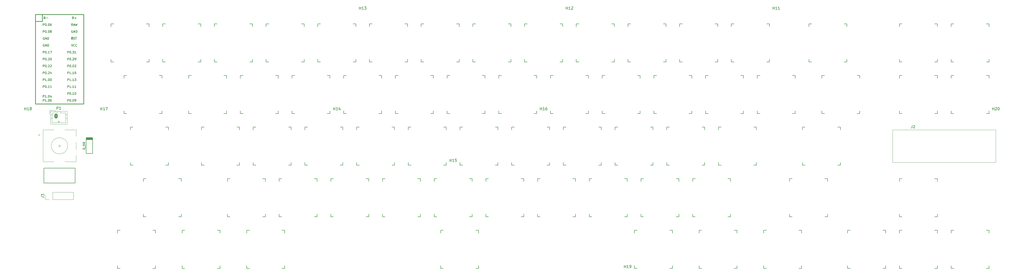
<source format=gto>
G04 #@! TF.GenerationSoftware,KiCad,Pcbnew,8.0.7*
G04 #@! TF.CreationDate,2025-01-01T13:35:18+11:00*
G04 #@! TF.ProjectId,Mainpcb,4d61696e-7063-4622-9e6b-696361645f70,rev?*
G04 #@! TF.SameCoordinates,Original*
G04 #@! TF.FileFunction,Legend,Top*
G04 #@! TF.FilePolarity,Positive*
%FSLAX46Y46*%
G04 Gerber Fmt 4.6, Leading zero omitted, Abs format (unit mm)*
G04 Created by KiCad (PCBNEW 8.0.7) date 2025-01-01 13:35:18*
%MOMM*%
%LPD*%
G01*
G04 APERTURE LIST*
G04 Aperture macros list*
%AMRoundRect*
0 Rectangle with rounded corners*
0 $1 Rounding radius*
0 $2 $3 $4 $5 $6 $7 $8 $9 X,Y pos of 4 corners*
0 Add a 4 corners polygon primitive as box body*
4,1,4,$2,$3,$4,$5,$6,$7,$8,$9,$2,$3,0*
0 Add four circle primitives for the rounded corners*
1,1,$1+$1,$2,$3*
1,1,$1+$1,$4,$5*
1,1,$1+$1,$6,$7*
1,1,$1+$1,$8,$9*
0 Add four rect primitives between the rounded corners*
20,1,$1+$1,$2,$3,$4,$5,0*
20,1,$1+$1,$4,$5,$6,$7,0*
20,1,$1+$1,$6,$7,$8,$9,0*
20,1,$1+$1,$8,$9,$2,$3,0*%
G04 Aperture macros list end*
%ADD10C,0.150000*%
%ADD11C,0.254000*%
%ADD12C,0.200000*%
%ADD13C,0.120000*%
%ADD14C,3.000000*%
%ADD15C,2.500000*%
%ADD16R,1.752600X1.752600*%
%ADD17C,1.752600*%
%ADD18C,1.701800*%
%ADD19C,3.987800*%
%ADD20R,1.600000X1.600000*%
%ADD21R,1.200000X1.200000*%
%ADD22C,1.600000*%
%ADD23R,2.000000X2.000000*%
%ADD24C,2.000000*%
%ADD25R,3.200000X2.000000*%
%ADD26C,2.200000*%
%ADD27C,5.300000*%
%ADD28C,3.048000*%
%ADD29RoundRect,0.250000X-0.350000X-0.625000X0.350000X-0.625000X0.350000X0.625000X-0.350000X0.625000X0*%
%ADD30O,1.200000X1.750000*%
%ADD31O,1.700000X1.700000*%
%ADD32R,1.700000X1.700000*%
%ADD33C,3.500000*%
G04 APERTURE END LIST*
D10*
X27957143Y-23662295D02*
X27957143Y-22862295D01*
X27957143Y-22862295D02*
X28261905Y-22862295D01*
X28261905Y-22862295D02*
X28338095Y-22900390D01*
X28338095Y-22900390D02*
X28376190Y-22938485D01*
X28376190Y-22938485D02*
X28414286Y-23014676D01*
X28414286Y-23014676D02*
X28414286Y-23128961D01*
X28414286Y-23128961D02*
X28376190Y-23205152D01*
X28376190Y-23205152D02*
X28338095Y-23243247D01*
X28338095Y-23243247D02*
X28261905Y-23281342D01*
X28261905Y-23281342D02*
X27957143Y-23281342D01*
X28909524Y-22862295D02*
X28985714Y-22862295D01*
X28985714Y-22862295D02*
X29061905Y-22900390D01*
X29061905Y-22900390D02*
X29100000Y-22938485D01*
X29100000Y-22938485D02*
X29138095Y-23014676D01*
X29138095Y-23014676D02*
X29176190Y-23167057D01*
X29176190Y-23167057D02*
X29176190Y-23357533D01*
X29176190Y-23357533D02*
X29138095Y-23509914D01*
X29138095Y-23509914D02*
X29100000Y-23586104D01*
X29100000Y-23586104D02*
X29061905Y-23624200D01*
X29061905Y-23624200D02*
X28985714Y-23662295D01*
X28985714Y-23662295D02*
X28909524Y-23662295D01*
X28909524Y-23662295D02*
X28833333Y-23624200D01*
X28833333Y-23624200D02*
X28795238Y-23586104D01*
X28795238Y-23586104D02*
X28757143Y-23509914D01*
X28757143Y-23509914D02*
X28719047Y-23357533D01*
X28719047Y-23357533D02*
X28719047Y-23167057D01*
X28719047Y-23167057D02*
X28757143Y-23014676D01*
X28757143Y-23014676D02*
X28795238Y-22938485D01*
X28795238Y-22938485D02*
X28833333Y-22900390D01*
X28833333Y-22900390D02*
X28909524Y-22862295D01*
X29519048Y-23586104D02*
X29557143Y-23624200D01*
X29557143Y-23624200D02*
X29519048Y-23662295D01*
X29519048Y-23662295D02*
X29480952Y-23624200D01*
X29480952Y-23624200D02*
X29519048Y-23586104D01*
X29519048Y-23586104D02*
X29519048Y-23662295D01*
X30052381Y-22862295D02*
X30128571Y-22862295D01*
X30128571Y-22862295D02*
X30204762Y-22900390D01*
X30204762Y-22900390D02*
X30242857Y-22938485D01*
X30242857Y-22938485D02*
X30280952Y-23014676D01*
X30280952Y-23014676D02*
X30319047Y-23167057D01*
X30319047Y-23167057D02*
X30319047Y-23357533D01*
X30319047Y-23357533D02*
X30280952Y-23509914D01*
X30280952Y-23509914D02*
X30242857Y-23586104D01*
X30242857Y-23586104D02*
X30204762Y-23624200D01*
X30204762Y-23624200D02*
X30128571Y-23662295D01*
X30128571Y-23662295D02*
X30052381Y-23662295D01*
X30052381Y-23662295D02*
X29976190Y-23624200D01*
X29976190Y-23624200D02*
X29938095Y-23586104D01*
X29938095Y-23586104D02*
X29900000Y-23509914D01*
X29900000Y-23509914D02*
X29861904Y-23357533D01*
X29861904Y-23357533D02*
X29861904Y-23167057D01*
X29861904Y-23167057D02*
X29900000Y-23014676D01*
X29900000Y-23014676D02*
X29938095Y-22938485D01*
X29938095Y-22938485D02*
X29976190Y-22900390D01*
X29976190Y-22900390D02*
X30052381Y-22862295D01*
X31004762Y-22862295D02*
X30852381Y-22862295D01*
X30852381Y-22862295D02*
X30776190Y-22900390D01*
X30776190Y-22900390D02*
X30738095Y-22938485D01*
X30738095Y-22938485D02*
X30661905Y-23052771D01*
X30661905Y-23052771D02*
X30623809Y-23205152D01*
X30623809Y-23205152D02*
X30623809Y-23509914D01*
X30623809Y-23509914D02*
X30661905Y-23586104D01*
X30661905Y-23586104D02*
X30700000Y-23624200D01*
X30700000Y-23624200D02*
X30776190Y-23662295D01*
X30776190Y-23662295D02*
X30928571Y-23662295D01*
X30928571Y-23662295D02*
X31004762Y-23624200D01*
X31004762Y-23624200D02*
X31042857Y-23586104D01*
X31042857Y-23586104D02*
X31080952Y-23509914D01*
X31080952Y-23509914D02*
X31080952Y-23319438D01*
X31080952Y-23319438D02*
X31042857Y-23243247D01*
X31042857Y-23243247D02*
X31004762Y-23205152D01*
X31004762Y-23205152D02*
X30928571Y-23167057D01*
X30928571Y-23167057D02*
X30776190Y-23167057D01*
X30776190Y-23167057D02*
X30700000Y-23205152D01*
X30700000Y-23205152D02*
X30661905Y-23243247D01*
X30661905Y-23243247D02*
X30623809Y-23319438D01*
X38851476Y-25440390D02*
X38775286Y-25402295D01*
X38775286Y-25402295D02*
X38661000Y-25402295D01*
X38661000Y-25402295D02*
X38546714Y-25440390D01*
X38546714Y-25440390D02*
X38470524Y-25516580D01*
X38470524Y-25516580D02*
X38432429Y-25592771D01*
X38432429Y-25592771D02*
X38394333Y-25745152D01*
X38394333Y-25745152D02*
X38394333Y-25859438D01*
X38394333Y-25859438D02*
X38432429Y-26011819D01*
X38432429Y-26011819D02*
X38470524Y-26088009D01*
X38470524Y-26088009D02*
X38546714Y-26164200D01*
X38546714Y-26164200D02*
X38661000Y-26202295D01*
X38661000Y-26202295D02*
X38737191Y-26202295D01*
X38737191Y-26202295D02*
X38851476Y-26164200D01*
X38851476Y-26164200D02*
X38889572Y-26126104D01*
X38889572Y-26126104D02*
X38889572Y-25859438D01*
X38889572Y-25859438D02*
X38737191Y-25859438D01*
X39232429Y-26202295D02*
X39232429Y-25402295D01*
X39232429Y-25402295D02*
X39689572Y-26202295D01*
X39689572Y-26202295D02*
X39689572Y-25402295D01*
X40070524Y-26202295D02*
X40070524Y-25402295D01*
X40070524Y-25402295D02*
X40261000Y-25402295D01*
X40261000Y-25402295D02*
X40375286Y-25440390D01*
X40375286Y-25440390D02*
X40451476Y-25516580D01*
X40451476Y-25516580D02*
X40489571Y-25592771D01*
X40489571Y-25592771D02*
X40527667Y-25745152D01*
X40527667Y-25745152D02*
X40527667Y-25859438D01*
X40527667Y-25859438D02*
X40489571Y-26011819D01*
X40489571Y-26011819D02*
X40451476Y-26088009D01*
X40451476Y-26088009D02*
X40375286Y-26164200D01*
X40375286Y-26164200D02*
X40261000Y-26202295D01*
X40261000Y-26202295D02*
X40070524Y-26202295D01*
X27957143Y-33822295D02*
X27957143Y-33022295D01*
X27957143Y-33022295D02*
X28261905Y-33022295D01*
X28261905Y-33022295D02*
X28338095Y-33060390D01*
X28338095Y-33060390D02*
X28376190Y-33098485D01*
X28376190Y-33098485D02*
X28414286Y-33174676D01*
X28414286Y-33174676D02*
X28414286Y-33288961D01*
X28414286Y-33288961D02*
X28376190Y-33365152D01*
X28376190Y-33365152D02*
X28338095Y-33403247D01*
X28338095Y-33403247D02*
X28261905Y-33441342D01*
X28261905Y-33441342D02*
X27957143Y-33441342D01*
X28909524Y-33022295D02*
X28985714Y-33022295D01*
X28985714Y-33022295D02*
X29061905Y-33060390D01*
X29061905Y-33060390D02*
X29100000Y-33098485D01*
X29100000Y-33098485D02*
X29138095Y-33174676D01*
X29138095Y-33174676D02*
X29176190Y-33327057D01*
X29176190Y-33327057D02*
X29176190Y-33517533D01*
X29176190Y-33517533D02*
X29138095Y-33669914D01*
X29138095Y-33669914D02*
X29100000Y-33746104D01*
X29100000Y-33746104D02*
X29061905Y-33784200D01*
X29061905Y-33784200D02*
X28985714Y-33822295D01*
X28985714Y-33822295D02*
X28909524Y-33822295D01*
X28909524Y-33822295D02*
X28833333Y-33784200D01*
X28833333Y-33784200D02*
X28795238Y-33746104D01*
X28795238Y-33746104D02*
X28757143Y-33669914D01*
X28757143Y-33669914D02*
X28719047Y-33517533D01*
X28719047Y-33517533D02*
X28719047Y-33327057D01*
X28719047Y-33327057D02*
X28757143Y-33174676D01*
X28757143Y-33174676D02*
X28795238Y-33098485D01*
X28795238Y-33098485D02*
X28833333Y-33060390D01*
X28833333Y-33060390D02*
X28909524Y-33022295D01*
X29519048Y-33746104D02*
X29557143Y-33784200D01*
X29557143Y-33784200D02*
X29519048Y-33822295D01*
X29519048Y-33822295D02*
X29480952Y-33784200D01*
X29480952Y-33784200D02*
X29519048Y-33746104D01*
X29519048Y-33746104D02*
X29519048Y-33822295D01*
X30319047Y-33822295D02*
X29861904Y-33822295D01*
X30090476Y-33822295D02*
X30090476Y-33022295D01*
X30090476Y-33022295D02*
X30014285Y-33136580D01*
X30014285Y-33136580D02*
X29938095Y-33212771D01*
X29938095Y-33212771D02*
X29861904Y-33250866D01*
X30585714Y-33022295D02*
X31119048Y-33022295D01*
X31119048Y-33022295D02*
X30776190Y-33822295D01*
X27957143Y-38902295D02*
X27957143Y-38102295D01*
X27957143Y-38102295D02*
X28261905Y-38102295D01*
X28261905Y-38102295D02*
X28338095Y-38140390D01*
X28338095Y-38140390D02*
X28376190Y-38178485D01*
X28376190Y-38178485D02*
X28414286Y-38254676D01*
X28414286Y-38254676D02*
X28414286Y-38368961D01*
X28414286Y-38368961D02*
X28376190Y-38445152D01*
X28376190Y-38445152D02*
X28338095Y-38483247D01*
X28338095Y-38483247D02*
X28261905Y-38521342D01*
X28261905Y-38521342D02*
X27957143Y-38521342D01*
X28909524Y-38102295D02*
X28985714Y-38102295D01*
X28985714Y-38102295D02*
X29061905Y-38140390D01*
X29061905Y-38140390D02*
X29100000Y-38178485D01*
X29100000Y-38178485D02*
X29138095Y-38254676D01*
X29138095Y-38254676D02*
X29176190Y-38407057D01*
X29176190Y-38407057D02*
X29176190Y-38597533D01*
X29176190Y-38597533D02*
X29138095Y-38749914D01*
X29138095Y-38749914D02*
X29100000Y-38826104D01*
X29100000Y-38826104D02*
X29061905Y-38864200D01*
X29061905Y-38864200D02*
X28985714Y-38902295D01*
X28985714Y-38902295D02*
X28909524Y-38902295D01*
X28909524Y-38902295D02*
X28833333Y-38864200D01*
X28833333Y-38864200D02*
X28795238Y-38826104D01*
X28795238Y-38826104D02*
X28757143Y-38749914D01*
X28757143Y-38749914D02*
X28719047Y-38597533D01*
X28719047Y-38597533D02*
X28719047Y-38407057D01*
X28719047Y-38407057D02*
X28757143Y-38254676D01*
X28757143Y-38254676D02*
X28795238Y-38178485D01*
X28795238Y-38178485D02*
X28833333Y-38140390D01*
X28833333Y-38140390D02*
X28909524Y-38102295D01*
X29519048Y-38826104D02*
X29557143Y-38864200D01*
X29557143Y-38864200D02*
X29519048Y-38902295D01*
X29519048Y-38902295D02*
X29480952Y-38864200D01*
X29480952Y-38864200D02*
X29519048Y-38826104D01*
X29519048Y-38826104D02*
X29519048Y-38902295D01*
X29861904Y-38178485D02*
X29900000Y-38140390D01*
X29900000Y-38140390D02*
X29976190Y-38102295D01*
X29976190Y-38102295D02*
X30166666Y-38102295D01*
X30166666Y-38102295D02*
X30242857Y-38140390D01*
X30242857Y-38140390D02*
X30280952Y-38178485D01*
X30280952Y-38178485D02*
X30319047Y-38254676D01*
X30319047Y-38254676D02*
X30319047Y-38330866D01*
X30319047Y-38330866D02*
X30280952Y-38445152D01*
X30280952Y-38445152D02*
X29823809Y-38902295D01*
X29823809Y-38902295D02*
X30319047Y-38902295D01*
X30623809Y-38178485D02*
X30661905Y-38140390D01*
X30661905Y-38140390D02*
X30738095Y-38102295D01*
X30738095Y-38102295D02*
X30928571Y-38102295D01*
X30928571Y-38102295D02*
X31004762Y-38140390D01*
X31004762Y-38140390D02*
X31042857Y-38178485D01*
X31042857Y-38178485D02*
X31080952Y-38254676D01*
X31080952Y-38254676D02*
X31080952Y-38330866D01*
X31080952Y-38330866D02*
X31042857Y-38445152D01*
X31042857Y-38445152D02*
X30585714Y-38902295D01*
X30585714Y-38902295D02*
X31080952Y-38902295D01*
X36957143Y-33822295D02*
X36957143Y-33022295D01*
X36957143Y-33022295D02*
X37261905Y-33022295D01*
X37261905Y-33022295D02*
X37338095Y-33060390D01*
X37338095Y-33060390D02*
X37376190Y-33098485D01*
X37376190Y-33098485D02*
X37414286Y-33174676D01*
X37414286Y-33174676D02*
X37414286Y-33288961D01*
X37414286Y-33288961D02*
X37376190Y-33365152D01*
X37376190Y-33365152D02*
X37338095Y-33403247D01*
X37338095Y-33403247D02*
X37261905Y-33441342D01*
X37261905Y-33441342D02*
X36957143Y-33441342D01*
X37909524Y-33022295D02*
X37985714Y-33022295D01*
X37985714Y-33022295D02*
X38061905Y-33060390D01*
X38061905Y-33060390D02*
X38100000Y-33098485D01*
X38100000Y-33098485D02*
X38138095Y-33174676D01*
X38138095Y-33174676D02*
X38176190Y-33327057D01*
X38176190Y-33327057D02*
X38176190Y-33517533D01*
X38176190Y-33517533D02*
X38138095Y-33669914D01*
X38138095Y-33669914D02*
X38100000Y-33746104D01*
X38100000Y-33746104D02*
X38061905Y-33784200D01*
X38061905Y-33784200D02*
X37985714Y-33822295D01*
X37985714Y-33822295D02*
X37909524Y-33822295D01*
X37909524Y-33822295D02*
X37833333Y-33784200D01*
X37833333Y-33784200D02*
X37795238Y-33746104D01*
X37795238Y-33746104D02*
X37757143Y-33669914D01*
X37757143Y-33669914D02*
X37719047Y-33517533D01*
X37719047Y-33517533D02*
X37719047Y-33327057D01*
X37719047Y-33327057D02*
X37757143Y-33174676D01*
X37757143Y-33174676D02*
X37795238Y-33098485D01*
X37795238Y-33098485D02*
X37833333Y-33060390D01*
X37833333Y-33060390D02*
X37909524Y-33022295D01*
X38519048Y-33746104D02*
X38557143Y-33784200D01*
X38557143Y-33784200D02*
X38519048Y-33822295D01*
X38519048Y-33822295D02*
X38480952Y-33784200D01*
X38480952Y-33784200D02*
X38519048Y-33746104D01*
X38519048Y-33746104D02*
X38519048Y-33822295D01*
X38823809Y-33022295D02*
X39319047Y-33022295D01*
X39319047Y-33022295D02*
X39052381Y-33327057D01*
X39052381Y-33327057D02*
X39166666Y-33327057D01*
X39166666Y-33327057D02*
X39242857Y-33365152D01*
X39242857Y-33365152D02*
X39280952Y-33403247D01*
X39280952Y-33403247D02*
X39319047Y-33479438D01*
X39319047Y-33479438D02*
X39319047Y-33669914D01*
X39319047Y-33669914D02*
X39280952Y-33746104D01*
X39280952Y-33746104D02*
X39242857Y-33784200D01*
X39242857Y-33784200D02*
X39166666Y-33822295D01*
X39166666Y-33822295D02*
X38938095Y-33822295D01*
X38938095Y-33822295D02*
X38861904Y-33784200D01*
X38861904Y-33784200D02*
X38823809Y-33746104D01*
X40080952Y-33822295D02*
X39623809Y-33822295D01*
X39852381Y-33822295D02*
X39852381Y-33022295D01*
X39852381Y-33022295D02*
X39776190Y-33136580D01*
X39776190Y-33136580D02*
X39700000Y-33212771D01*
X39700000Y-33212771D02*
X39623809Y-33250866D01*
X27957143Y-41442295D02*
X27957143Y-40642295D01*
X27957143Y-40642295D02*
X28261905Y-40642295D01*
X28261905Y-40642295D02*
X28338095Y-40680390D01*
X28338095Y-40680390D02*
X28376190Y-40718485D01*
X28376190Y-40718485D02*
X28414286Y-40794676D01*
X28414286Y-40794676D02*
X28414286Y-40908961D01*
X28414286Y-40908961D02*
X28376190Y-40985152D01*
X28376190Y-40985152D02*
X28338095Y-41023247D01*
X28338095Y-41023247D02*
X28261905Y-41061342D01*
X28261905Y-41061342D02*
X27957143Y-41061342D01*
X28909524Y-40642295D02*
X28985714Y-40642295D01*
X28985714Y-40642295D02*
X29061905Y-40680390D01*
X29061905Y-40680390D02*
X29100000Y-40718485D01*
X29100000Y-40718485D02*
X29138095Y-40794676D01*
X29138095Y-40794676D02*
X29176190Y-40947057D01*
X29176190Y-40947057D02*
X29176190Y-41137533D01*
X29176190Y-41137533D02*
X29138095Y-41289914D01*
X29138095Y-41289914D02*
X29100000Y-41366104D01*
X29100000Y-41366104D02*
X29061905Y-41404200D01*
X29061905Y-41404200D02*
X28985714Y-41442295D01*
X28985714Y-41442295D02*
X28909524Y-41442295D01*
X28909524Y-41442295D02*
X28833333Y-41404200D01*
X28833333Y-41404200D02*
X28795238Y-41366104D01*
X28795238Y-41366104D02*
X28757143Y-41289914D01*
X28757143Y-41289914D02*
X28719047Y-41137533D01*
X28719047Y-41137533D02*
X28719047Y-40947057D01*
X28719047Y-40947057D02*
X28757143Y-40794676D01*
X28757143Y-40794676D02*
X28795238Y-40718485D01*
X28795238Y-40718485D02*
X28833333Y-40680390D01*
X28833333Y-40680390D02*
X28909524Y-40642295D01*
X29519048Y-41366104D02*
X29557143Y-41404200D01*
X29557143Y-41404200D02*
X29519048Y-41442295D01*
X29519048Y-41442295D02*
X29480952Y-41404200D01*
X29480952Y-41404200D02*
X29519048Y-41366104D01*
X29519048Y-41366104D02*
X29519048Y-41442295D01*
X29861904Y-40718485D02*
X29900000Y-40680390D01*
X29900000Y-40680390D02*
X29976190Y-40642295D01*
X29976190Y-40642295D02*
X30166666Y-40642295D01*
X30166666Y-40642295D02*
X30242857Y-40680390D01*
X30242857Y-40680390D02*
X30280952Y-40718485D01*
X30280952Y-40718485D02*
X30319047Y-40794676D01*
X30319047Y-40794676D02*
X30319047Y-40870866D01*
X30319047Y-40870866D02*
X30280952Y-40985152D01*
X30280952Y-40985152D02*
X29823809Y-41442295D01*
X29823809Y-41442295D02*
X30319047Y-41442295D01*
X31004762Y-40908961D02*
X31004762Y-41442295D01*
X30814286Y-40604200D02*
X30623809Y-41175628D01*
X30623809Y-41175628D02*
X31119048Y-41175628D01*
X36957143Y-41442295D02*
X36957143Y-40642295D01*
X36957143Y-40642295D02*
X37261905Y-40642295D01*
X37261905Y-40642295D02*
X37338095Y-40680390D01*
X37338095Y-40680390D02*
X37376190Y-40718485D01*
X37376190Y-40718485D02*
X37414286Y-40794676D01*
X37414286Y-40794676D02*
X37414286Y-40908961D01*
X37414286Y-40908961D02*
X37376190Y-40985152D01*
X37376190Y-40985152D02*
X37338095Y-41023247D01*
X37338095Y-41023247D02*
X37261905Y-41061342D01*
X37261905Y-41061342D02*
X36957143Y-41061342D01*
X38176190Y-41442295D02*
X37719047Y-41442295D01*
X37947619Y-41442295D02*
X37947619Y-40642295D01*
X37947619Y-40642295D02*
X37871428Y-40756580D01*
X37871428Y-40756580D02*
X37795238Y-40832771D01*
X37795238Y-40832771D02*
X37719047Y-40870866D01*
X38519048Y-41366104D02*
X38557143Y-41404200D01*
X38557143Y-41404200D02*
X38519048Y-41442295D01*
X38519048Y-41442295D02*
X38480952Y-41404200D01*
X38480952Y-41404200D02*
X38519048Y-41366104D01*
X38519048Y-41366104D02*
X38519048Y-41442295D01*
X39319047Y-41442295D02*
X38861904Y-41442295D01*
X39090476Y-41442295D02*
X39090476Y-40642295D01*
X39090476Y-40642295D02*
X39014285Y-40756580D01*
X39014285Y-40756580D02*
X38938095Y-40832771D01*
X38938095Y-40832771D02*
X38861904Y-40870866D01*
X40042857Y-40642295D02*
X39661905Y-40642295D01*
X39661905Y-40642295D02*
X39623809Y-41023247D01*
X39623809Y-41023247D02*
X39661905Y-40985152D01*
X39661905Y-40985152D02*
X39738095Y-40947057D01*
X39738095Y-40947057D02*
X39928571Y-40947057D01*
X39928571Y-40947057D02*
X40004762Y-40985152D01*
X40004762Y-40985152D02*
X40042857Y-41023247D01*
X40042857Y-41023247D02*
X40080952Y-41099438D01*
X40080952Y-41099438D02*
X40080952Y-41289914D01*
X40080952Y-41289914D02*
X40042857Y-41366104D01*
X40042857Y-41366104D02*
X40004762Y-41404200D01*
X40004762Y-41404200D02*
X39928571Y-41442295D01*
X39928571Y-41442295D02*
X39738095Y-41442295D01*
X39738095Y-41442295D02*
X39661905Y-41404200D01*
X39661905Y-41404200D02*
X39623809Y-41366104D01*
X28561904Y-20703247D02*
X28676190Y-20741342D01*
X28676190Y-20741342D02*
X28714285Y-20779438D01*
X28714285Y-20779438D02*
X28752381Y-20855628D01*
X28752381Y-20855628D02*
X28752381Y-20969914D01*
X28752381Y-20969914D02*
X28714285Y-21046104D01*
X28714285Y-21046104D02*
X28676190Y-21084200D01*
X28676190Y-21084200D02*
X28600000Y-21122295D01*
X28600000Y-21122295D02*
X28295238Y-21122295D01*
X28295238Y-21122295D02*
X28295238Y-20322295D01*
X28295238Y-20322295D02*
X28561904Y-20322295D01*
X28561904Y-20322295D02*
X28638095Y-20360390D01*
X28638095Y-20360390D02*
X28676190Y-20398485D01*
X28676190Y-20398485D02*
X28714285Y-20474676D01*
X28714285Y-20474676D02*
X28714285Y-20550866D01*
X28714285Y-20550866D02*
X28676190Y-20627057D01*
X28676190Y-20627057D02*
X28638095Y-20665152D01*
X28638095Y-20665152D02*
X28561904Y-20703247D01*
X28561904Y-20703247D02*
X28295238Y-20703247D01*
X29095238Y-20817533D02*
X29704762Y-20817533D01*
X36957143Y-36362295D02*
X36957143Y-35562295D01*
X36957143Y-35562295D02*
X37261905Y-35562295D01*
X37261905Y-35562295D02*
X37338095Y-35600390D01*
X37338095Y-35600390D02*
X37376190Y-35638485D01*
X37376190Y-35638485D02*
X37414286Y-35714676D01*
X37414286Y-35714676D02*
X37414286Y-35828961D01*
X37414286Y-35828961D02*
X37376190Y-35905152D01*
X37376190Y-35905152D02*
X37338095Y-35943247D01*
X37338095Y-35943247D02*
X37261905Y-35981342D01*
X37261905Y-35981342D02*
X36957143Y-35981342D01*
X37909524Y-35562295D02*
X37985714Y-35562295D01*
X37985714Y-35562295D02*
X38061905Y-35600390D01*
X38061905Y-35600390D02*
X38100000Y-35638485D01*
X38100000Y-35638485D02*
X38138095Y-35714676D01*
X38138095Y-35714676D02*
X38176190Y-35867057D01*
X38176190Y-35867057D02*
X38176190Y-36057533D01*
X38176190Y-36057533D02*
X38138095Y-36209914D01*
X38138095Y-36209914D02*
X38100000Y-36286104D01*
X38100000Y-36286104D02*
X38061905Y-36324200D01*
X38061905Y-36324200D02*
X37985714Y-36362295D01*
X37985714Y-36362295D02*
X37909524Y-36362295D01*
X37909524Y-36362295D02*
X37833333Y-36324200D01*
X37833333Y-36324200D02*
X37795238Y-36286104D01*
X37795238Y-36286104D02*
X37757143Y-36209914D01*
X37757143Y-36209914D02*
X37719047Y-36057533D01*
X37719047Y-36057533D02*
X37719047Y-35867057D01*
X37719047Y-35867057D02*
X37757143Y-35714676D01*
X37757143Y-35714676D02*
X37795238Y-35638485D01*
X37795238Y-35638485D02*
X37833333Y-35600390D01*
X37833333Y-35600390D02*
X37909524Y-35562295D01*
X38519048Y-36286104D02*
X38557143Y-36324200D01*
X38557143Y-36324200D02*
X38519048Y-36362295D01*
X38519048Y-36362295D02*
X38480952Y-36324200D01*
X38480952Y-36324200D02*
X38519048Y-36286104D01*
X38519048Y-36286104D02*
X38519048Y-36362295D01*
X38861904Y-35638485D02*
X38900000Y-35600390D01*
X38900000Y-35600390D02*
X38976190Y-35562295D01*
X38976190Y-35562295D02*
X39166666Y-35562295D01*
X39166666Y-35562295D02*
X39242857Y-35600390D01*
X39242857Y-35600390D02*
X39280952Y-35638485D01*
X39280952Y-35638485D02*
X39319047Y-35714676D01*
X39319047Y-35714676D02*
X39319047Y-35790866D01*
X39319047Y-35790866D02*
X39280952Y-35905152D01*
X39280952Y-35905152D02*
X38823809Y-36362295D01*
X38823809Y-36362295D02*
X39319047Y-36362295D01*
X39700000Y-36362295D02*
X39852381Y-36362295D01*
X39852381Y-36362295D02*
X39928571Y-36324200D01*
X39928571Y-36324200D02*
X39966667Y-36286104D01*
X39966667Y-36286104D02*
X40042857Y-36171819D01*
X40042857Y-36171819D02*
X40080952Y-36019438D01*
X40080952Y-36019438D02*
X40080952Y-35714676D01*
X40080952Y-35714676D02*
X40042857Y-35638485D01*
X40042857Y-35638485D02*
X40004762Y-35600390D01*
X40004762Y-35600390D02*
X39928571Y-35562295D01*
X39928571Y-35562295D02*
X39776190Y-35562295D01*
X39776190Y-35562295D02*
X39700000Y-35600390D01*
X39700000Y-35600390D02*
X39661905Y-35638485D01*
X39661905Y-35638485D02*
X39623809Y-35714676D01*
X39623809Y-35714676D02*
X39623809Y-35905152D01*
X39623809Y-35905152D02*
X39661905Y-35981342D01*
X39661905Y-35981342D02*
X39700000Y-36019438D01*
X39700000Y-36019438D02*
X39776190Y-36057533D01*
X39776190Y-36057533D02*
X39928571Y-36057533D01*
X39928571Y-36057533D02*
X40004762Y-36019438D01*
X40004762Y-36019438D02*
X40042857Y-35981342D01*
X40042857Y-35981342D02*
X40080952Y-35905152D01*
X36957143Y-38902295D02*
X36957143Y-38102295D01*
X36957143Y-38102295D02*
X37261905Y-38102295D01*
X37261905Y-38102295D02*
X37338095Y-38140390D01*
X37338095Y-38140390D02*
X37376190Y-38178485D01*
X37376190Y-38178485D02*
X37414286Y-38254676D01*
X37414286Y-38254676D02*
X37414286Y-38368961D01*
X37414286Y-38368961D02*
X37376190Y-38445152D01*
X37376190Y-38445152D02*
X37338095Y-38483247D01*
X37338095Y-38483247D02*
X37261905Y-38521342D01*
X37261905Y-38521342D02*
X36957143Y-38521342D01*
X37909524Y-38102295D02*
X37985714Y-38102295D01*
X37985714Y-38102295D02*
X38061905Y-38140390D01*
X38061905Y-38140390D02*
X38100000Y-38178485D01*
X38100000Y-38178485D02*
X38138095Y-38254676D01*
X38138095Y-38254676D02*
X38176190Y-38407057D01*
X38176190Y-38407057D02*
X38176190Y-38597533D01*
X38176190Y-38597533D02*
X38138095Y-38749914D01*
X38138095Y-38749914D02*
X38100000Y-38826104D01*
X38100000Y-38826104D02*
X38061905Y-38864200D01*
X38061905Y-38864200D02*
X37985714Y-38902295D01*
X37985714Y-38902295D02*
X37909524Y-38902295D01*
X37909524Y-38902295D02*
X37833333Y-38864200D01*
X37833333Y-38864200D02*
X37795238Y-38826104D01*
X37795238Y-38826104D02*
X37757143Y-38749914D01*
X37757143Y-38749914D02*
X37719047Y-38597533D01*
X37719047Y-38597533D02*
X37719047Y-38407057D01*
X37719047Y-38407057D02*
X37757143Y-38254676D01*
X37757143Y-38254676D02*
X37795238Y-38178485D01*
X37795238Y-38178485D02*
X37833333Y-38140390D01*
X37833333Y-38140390D02*
X37909524Y-38102295D01*
X38519048Y-38826104D02*
X38557143Y-38864200D01*
X38557143Y-38864200D02*
X38519048Y-38902295D01*
X38519048Y-38902295D02*
X38480952Y-38864200D01*
X38480952Y-38864200D02*
X38519048Y-38826104D01*
X38519048Y-38826104D02*
X38519048Y-38902295D01*
X39052381Y-38102295D02*
X39128571Y-38102295D01*
X39128571Y-38102295D02*
X39204762Y-38140390D01*
X39204762Y-38140390D02*
X39242857Y-38178485D01*
X39242857Y-38178485D02*
X39280952Y-38254676D01*
X39280952Y-38254676D02*
X39319047Y-38407057D01*
X39319047Y-38407057D02*
X39319047Y-38597533D01*
X39319047Y-38597533D02*
X39280952Y-38749914D01*
X39280952Y-38749914D02*
X39242857Y-38826104D01*
X39242857Y-38826104D02*
X39204762Y-38864200D01*
X39204762Y-38864200D02*
X39128571Y-38902295D01*
X39128571Y-38902295D02*
X39052381Y-38902295D01*
X39052381Y-38902295D02*
X38976190Y-38864200D01*
X38976190Y-38864200D02*
X38938095Y-38826104D01*
X38938095Y-38826104D02*
X38900000Y-38749914D01*
X38900000Y-38749914D02*
X38861904Y-38597533D01*
X38861904Y-38597533D02*
X38861904Y-38407057D01*
X38861904Y-38407057D02*
X38900000Y-38254676D01*
X38900000Y-38254676D02*
X38938095Y-38178485D01*
X38938095Y-38178485D02*
X38976190Y-38140390D01*
X38976190Y-38140390D02*
X39052381Y-38102295D01*
X39623809Y-38178485D02*
X39661905Y-38140390D01*
X39661905Y-38140390D02*
X39738095Y-38102295D01*
X39738095Y-38102295D02*
X39928571Y-38102295D01*
X39928571Y-38102295D02*
X40004762Y-38140390D01*
X40004762Y-38140390D02*
X40042857Y-38178485D01*
X40042857Y-38178485D02*
X40080952Y-38254676D01*
X40080952Y-38254676D02*
X40080952Y-38330866D01*
X40080952Y-38330866D02*
X40042857Y-38445152D01*
X40042857Y-38445152D02*
X39585714Y-38902295D01*
X39585714Y-38902295D02*
X40080952Y-38902295D01*
X27957143Y-36362295D02*
X27957143Y-35562295D01*
X27957143Y-35562295D02*
X28261905Y-35562295D01*
X28261905Y-35562295D02*
X28338095Y-35600390D01*
X28338095Y-35600390D02*
X28376190Y-35638485D01*
X28376190Y-35638485D02*
X28414286Y-35714676D01*
X28414286Y-35714676D02*
X28414286Y-35828961D01*
X28414286Y-35828961D02*
X28376190Y-35905152D01*
X28376190Y-35905152D02*
X28338095Y-35943247D01*
X28338095Y-35943247D02*
X28261905Y-35981342D01*
X28261905Y-35981342D02*
X27957143Y-35981342D01*
X28909524Y-35562295D02*
X28985714Y-35562295D01*
X28985714Y-35562295D02*
X29061905Y-35600390D01*
X29061905Y-35600390D02*
X29100000Y-35638485D01*
X29100000Y-35638485D02*
X29138095Y-35714676D01*
X29138095Y-35714676D02*
X29176190Y-35867057D01*
X29176190Y-35867057D02*
X29176190Y-36057533D01*
X29176190Y-36057533D02*
X29138095Y-36209914D01*
X29138095Y-36209914D02*
X29100000Y-36286104D01*
X29100000Y-36286104D02*
X29061905Y-36324200D01*
X29061905Y-36324200D02*
X28985714Y-36362295D01*
X28985714Y-36362295D02*
X28909524Y-36362295D01*
X28909524Y-36362295D02*
X28833333Y-36324200D01*
X28833333Y-36324200D02*
X28795238Y-36286104D01*
X28795238Y-36286104D02*
X28757143Y-36209914D01*
X28757143Y-36209914D02*
X28719047Y-36057533D01*
X28719047Y-36057533D02*
X28719047Y-35867057D01*
X28719047Y-35867057D02*
X28757143Y-35714676D01*
X28757143Y-35714676D02*
X28795238Y-35638485D01*
X28795238Y-35638485D02*
X28833333Y-35600390D01*
X28833333Y-35600390D02*
X28909524Y-35562295D01*
X29519048Y-36286104D02*
X29557143Y-36324200D01*
X29557143Y-36324200D02*
X29519048Y-36362295D01*
X29519048Y-36362295D02*
X29480952Y-36324200D01*
X29480952Y-36324200D02*
X29519048Y-36286104D01*
X29519048Y-36286104D02*
X29519048Y-36362295D01*
X29861904Y-35638485D02*
X29900000Y-35600390D01*
X29900000Y-35600390D02*
X29976190Y-35562295D01*
X29976190Y-35562295D02*
X30166666Y-35562295D01*
X30166666Y-35562295D02*
X30242857Y-35600390D01*
X30242857Y-35600390D02*
X30280952Y-35638485D01*
X30280952Y-35638485D02*
X30319047Y-35714676D01*
X30319047Y-35714676D02*
X30319047Y-35790866D01*
X30319047Y-35790866D02*
X30280952Y-35905152D01*
X30280952Y-35905152D02*
X29823809Y-36362295D01*
X29823809Y-36362295D02*
X30319047Y-36362295D01*
X30814286Y-35562295D02*
X30890476Y-35562295D01*
X30890476Y-35562295D02*
X30966667Y-35600390D01*
X30966667Y-35600390D02*
X31004762Y-35638485D01*
X31004762Y-35638485D02*
X31042857Y-35714676D01*
X31042857Y-35714676D02*
X31080952Y-35867057D01*
X31080952Y-35867057D02*
X31080952Y-36057533D01*
X31080952Y-36057533D02*
X31042857Y-36209914D01*
X31042857Y-36209914D02*
X31004762Y-36286104D01*
X31004762Y-36286104D02*
X30966667Y-36324200D01*
X30966667Y-36324200D02*
X30890476Y-36362295D01*
X30890476Y-36362295D02*
X30814286Y-36362295D01*
X30814286Y-36362295D02*
X30738095Y-36324200D01*
X30738095Y-36324200D02*
X30700000Y-36286104D01*
X30700000Y-36286104D02*
X30661905Y-36209914D01*
X30661905Y-36209914D02*
X30623809Y-36057533D01*
X30623809Y-36057533D02*
X30623809Y-35867057D01*
X30623809Y-35867057D02*
X30661905Y-35714676D01*
X30661905Y-35714676D02*
X30700000Y-35638485D01*
X30700000Y-35638485D02*
X30738095Y-35600390D01*
X30738095Y-35600390D02*
X30814286Y-35562295D01*
X28390476Y-30520390D02*
X28314286Y-30482295D01*
X28314286Y-30482295D02*
X28200000Y-30482295D01*
X28200000Y-30482295D02*
X28085714Y-30520390D01*
X28085714Y-30520390D02*
X28009524Y-30596580D01*
X28009524Y-30596580D02*
X27971429Y-30672771D01*
X27971429Y-30672771D02*
X27933333Y-30825152D01*
X27933333Y-30825152D02*
X27933333Y-30939438D01*
X27933333Y-30939438D02*
X27971429Y-31091819D01*
X27971429Y-31091819D02*
X28009524Y-31168009D01*
X28009524Y-31168009D02*
X28085714Y-31244200D01*
X28085714Y-31244200D02*
X28200000Y-31282295D01*
X28200000Y-31282295D02*
X28276191Y-31282295D01*
X28276191Y-31282295D02*
X28390476Y-31244200D01*
X28390476Y-31244200D02*
X28428572Y-31206104D01*
X28428572Y-31206104D02*
X28428572Y-30939438D01*
X28428572Y-30939438D02*
X28276191Y-30939438D01*
X28771429Y-31282295D02*
X28771429Y-30482295D01*
X28771429Y-30482295D02*
X29228572Y-31282295D01*
X29228572Y-31282295D02*
X29228572Y-30482295D01*
X29609524Y-31282295D02*
X29609524Y-30482295D01*
X29609524Y-30482295D02*
X29800000Y-30482295D01*
X29800000Y-30482295D02*
X29914286Y-30520390D01*
X29914286Y-30520390D02*
X29990476Y-30596580D01*
X29990476Y-30596580D02*
X30028571Y-30672771D01*
X30028571Y-30672771D02*
X30066667Y-30825152D01*
X30066667Y-30825152D02*
X30066667Y-30939438D01*
X30066667Y-30939438D02*
X30028571Y-31091819D01*
X30028571Y-31091819D02*
X29990476Y-31168009D01*
X29990476Y-31168009D02*
X29914286Y-31244200D01*
X29914286Y-31244200D02*
X29800000Y-31282295D01*
X29800000Y-31282295D02*
X29609524Y-31282295D01*
X39061904Y-20713247D02*
X39176190Y-20751342D01*
X39176190Y-20751342D02*
X39214285Y-20789438D01*
X39214285Y-20789438D02*
X39252381Y-20865628D01*
X39252381Y-20865628D02*
X39252381Y-20979914D01*
X39252381Y-20979914D02*
X39214285Y-21056104D01*
X39214285Y-21056104D02*
X39176190Y-21094200D01*
X39176190Y-21094200D02*
X39100000Y-21132295D01*
X39100000Y-21132295D02*
X38795238Y-21132295D01*
X38795238Y-21132295D02*
X38795238Y-20332295D01*
X38795238Y-20332295D02*
X39061904Y-20332295D01*
X39061904Y-20332295D02*
X39138095Y-20370390D01*
X39138095Y-20370390D02*
X39176190Y-20408485D01*
X39176190Y-20408485D02*
X39214285Y-20484676D01*
X39214285Y-20484676D02*
X39214285Y-20560866D01*
X39214285Y-20560866D02*
X39176190Y-20637057D01*
X39176190Y-20637057D02*
X39138095Y-20675152D01*
X39138095Y-20675152D02*
X39061904Y-20713247D01*
X39061904Y-20713247D02*
X38795238Y-20713247D01*
X39595238Y-20827533D02*
X40204762Y-20827533D01*
X39900000Y-21132295D02*
X39900000Y-20522771D01*
X36957143Y-46522295D02*
X36957143Y-45722295D01*
X36957143Y-45722295D02*
X37261905Y-45722295D01*
X37261905Y-45722295D02*
X37338095Y-45760390D01*
X37338095Y-45760390D02*
X37376190Y-45798485D01*
X37376190Y-45798485D02*
X37414286Y-45874676D01*
X37414286Y-45874676D02*
X37414286Y-45988961D01*
X37414286Y-45988961D02*
X37376190Y-46065152D01*
X37376190Y-46065152D02*
X37338095Y-46103247D01*
X37338095Y-46103247D02*
X37261905Y-46141342D01*
X37261905Y-46141342D02*
X36957143Y-46141342D01*
X38176190Y-46522295D02*
X37719047Y-46522295D01*
X37947619Y-46522295D02*
X37947619Y-45722295D01*
X37947619Y-45722295D02*
X37871428Y-45836580D01*
X37871428Y-45836580D02*
X37795238Y-45912771D01*
X37795238Y-45912771D02*
X37719047Y-45950866D01*
X38519048Y-46446104D02*
X38557143Y-46484200D01*
X38557143Y-46484200D02*
X38519048Y-46522295D01*
X38519048Y-46522295D02*
X38480952Y-46484200D01*
X38480952Y-46484200D02*
X38519048Y-46446104D01*
X38519048Y-46446104D02*
X38519048Y-46522295D01*
X39319047Y-46522295D02*
X38861904Y-46522295D01*
X39090476Y-46522295D02*
X39090476Y-45722295D01*
X39090476Y-45722295D02*
X39014285Y-45836580D01*
X39014285Y-45836580D02*
X38938095Y-45912771D01*
X38938095Y-45912771D02*
X38861904Y-45950866D01*
X40080952Y-46522295D02*
X39623809Y-46522295D01*
X39852381Y-46522295D02*
X39852381Y-45722295D01*
X39852381Y-45722295D02*
X39776190Y-45836580D01*
X39776190Y-45836580D02*
X39700000Y-45912771D01*
X39700000Y-45912771D02*
X39623809Y-45950866D01*
X39199786Y-28674200D02*
X39314072Y-28712295D01*
X39314072Y-28712295D02*
X39504548Y-28712295D01*
X39504548Y-28712295D02*
X39580739Y-28674200D01*
X39580739Y-28674200D02*
X39618834Y-28636104D01*
X39618834Y-28636104D02*
X39656929Y-28559914D01*
X39656929Y-28559914D02*
X39656929Y-28483723D01*
X39656929Y-28483723D02*
X39618834Y-28407533D01*
X39618834Y-28407533D02*
X39580739Y-28369438D01*
X39580739Y-28369438D02*
X39504548Y-28331342D01*
X39504548Y-28331342D02*
X39352167Y-28293247D01*
X39352167Y-28293247D02*
X39275977Y-28255152D01*
X39275977Y-28255152D02*
X39237882Y-28217057D01*
X39237882Y-28217057D02*
X39199786Y-28140866D01*
X39199786Y-28140866D02*
X39199786Y-28064676D01*
X39199786Y-28064676D02*
X39237882Y-27988485D01*
X39237882Y-27988485D02*
X39275977Y-27950390D01*
X39275977Y-27950390D02*
X39352167Y-27912295D01*
X39352167Y-27912295D02*
X39542644Y-27912295D01*
X39542644Y-27912295D02*
X39656929Y-27950390D01*
X39885501Y-27912295D02*
X40342644Y-27912295D01*
X40114072Y-28712295D02*
X40114072Y-27912295D01*
X36957143Y-43982295D02*
X36957143Y-43182295D01*
X36957143Y-43182295D02*
X37261905Y-43182295D01*
X37261905Y-43182295D02*
X37338095Y-43220390D01*
X37338095Y-43220390D02*
X37376190Y-43258485D01*
X37376190Y-43258485D02*
X37414286Y-43334676D01*
X37414286Y-43334676D02*
X37414286Y-43448961D01*
X37414286Y-43448961D02*
X37376190Y-43525152D01*
X37376190Y-43525152D02*
X37338095Y-43563247D01*
X37338095Y-43563247D02*
X37261905Y-43601342D01*
X37261905Y-43601342D02*
X36957143Y-43601342D01*
X38176190Y-43982295D02*
X37719047Y-43982295D01*
X37947619Y-43982295D02*
X37947619Y-43182295D01*
X37947619Y-43182295D02*
X37871428Y-43296580D01*
X37871428Y-43296580D02*
X37795238Y-43372771D01*
X37795238Y-43372771D02*
X37719047Y-43410866D01*
X38519048Y-43906104D02*
X38557143Y-43944200D01*
X38557143Y-43944200D02*
X38519048Y-43982295D01*
X38519048Y-43982295D02*
X38480952Y-43944200D01*
X38480952Y-43944200D02*
X38519048Y-43906104D01*
X38519048Y-43906104D02*
X38519048Y-43982295D01*
X39319047Y-43982295D02*
X38861904Y-43982295D01*
X39090476Y-43982295D02*
X39090476Y-43182295D01*
X39090476Y-43182295D02*
X39014285Y-43296580D01*
X39014285Y-43296580D02*
X38938095Y-43372771D01*
X38938095Y-43372771D02*
X38861904Y-43410866D01*
X39585714Y-43182295D02*
X40080952Y-43182295D01*
X40080952Y-43182295D02*
X39814286Y-43487057D01*
X39814286Y-43487057D02*
X39928571Y-43487057D01*
X39928571Y-43487057D02*
X40004762Y-43525152D01*
X40004762Y-43525152D02*
X40042857Y-43563247D01*
X40042857Y-43563247D02*
X40080952Y-43639438D01*
X40080952Y-43639438D02*
X40080952Y-43829914D01*
X40080952Y-43829914D02*
X40042857Y-43906104D01*
X40042857Y-43906104D02*
X40004762Y-43944200D01*
X40004762Y-43944200D02*
X39928571Y-43982295D01*
X39928571Y-43982295D02*
X39700000Y-43982295D01*
X39700000Y-43982295D02*
X39623809Y-43944200D01*
X39623809Y-43944200D02*
X39585714Y-43906104D01*
X27957143Y-46522295D02*
X27957143Y-45722295D01*
X27957143Y-45722295D02*
X28261905Y-45722295D01*
X28261905Y-45722295D02*
X28338095Y-45760390D01*
X28338095Y-45760390D02*
X28376190Y-45798485D01*
X28376190Y-45798485D02*
X28414286Y-45874676D01*
X28414286Y-45874676D02*
X28414286Y-45988961D01*
X28414286Y-45988961D02*
X28376190Y-46065152D01*
X28376190Y-46065152D02*
X28338095Y-46103247D01*
X28338095Y-46103247D02*
X28261905Y-46141342D01*
X28261905Y-46141342D02*
X27957143Y-46141342D01*
X28909524Y-45722295D02*
X28985714Y-45722295D01*
X28985714Y-45722295D02*
X29061905Y-45760390D01*
X29061905Y-45760390D02*
X29100000Y-45798485D01*
X29100000Y-45798485D02*
X29138095Y-45874676D01*
X29138095Y-45874676D02*
X29176190Y-46027057D01*
X29176190Y-46027057D02*
X29176190Y-46217533D01*
X29176190Y-46217533D02*
X29138095Y-46369914D01*
X29138095Y-46369914D02*
X29100000Y-46446104D01*
X29100000Y-46446104D02*
X29061905Y-46484200D01*
X29061905Y-46484200D02*
X28985714Y-46522295D01*
X28985714Y-46522295D02*
X28909524Y-46522295D01*
X28909524Y-46522295D02*
X28833333Y-46484200D01*
X28833333Y-46484200D02*
X28795238Y-46446104D01*
X28795238Y-46446104D02*
X28757143Y-46369914D01*
X28757143Y-46369914D02*
X28719047Y-46217533D01*
X28719047Y-46217533D02*
X28719047Y-46027057D01*
X28719047Y-46027057D02*
X28757143Y-45874676D01*
X28757143Y-45874676D02*
X28795238Y-45798485D01*
X28795238Y-45798485D02*
X28833333Y-45760390D01*
X28833333Y-45760390D02*
X28909524Y-45722295D01*
X29519048Y-46446104D02*
X29557143Y-46484200D01*
X29557143Y-46484200D02*
X29519048Y-46522295D01*
X29519048Y-46522295D02*
X29480952Y-46484200D01*
X29480952Y-46484200D02*
X29519048Y-46446104D01*
X29519048Y-46446104D02*
X29519048Y-46522295D01*
X30319047Y-46522295D02*
X29861904Y-46522295D01*
X30090476Y-46522295D02*
X30090476Y-45722295D01*
X30090476Y-45722295D02*
X30014285Y-45836580D01*
X30014285Y-45836580D02*
X29938095Y-45912771D01*
X29938095Y-45912771D02*
X29861904Y-45950866D01*
X31080952Y-46522295D02*
X30623809Y-46522295D01*
X30852381Y-46522295D02*
X30852381Y-45722295D01*
X30852381Y-45722295D02*
X30776190Y-45836580D01*
X30776190Y-45836580D02*
X30700000Y-45912771D01*
X30700000Y-45912771D02*
X30623809Y-45950866D01*
X27957143Y-26202295D02*
X27957143Y-25402295D01*
X27957143Y-25402295D02*
X28261905Y-25402295D01*
X28261905Y-25402295D02*
X28338095Y-25440390D01*
X28338095Y-25440390D02*
X28376190Y-25478485D01*
X28376190Y-25478485D02*
X28414286Y-25554676D01*
X28414286Y-25554676D02*
X28414286Y-25668961D01*
X28414286Y-25668961D02*
X28376190Y-25745152D01*
X28376190Y-25745152D02*
X28338095Y-25783247D01*
X28338095Y-25783247D02*
X28261905Y-25821342D01*
X28261905Y-25821342D02*
X27957143Y-25821342D01*
X28909524Y-25402295D02*
X28985714Y-25402295D01*
X28985714Y-25402295D02*
X29061905Y-25440390D01*
X29061905Y-25440390D02*
X29100000Y-25478485D01*
X29100000Y-25478485D02*
X29138095Y-25554676D01*
X29138095Y-25554676D02*
X29176190Y-25707057D01*
X29176190Y-25707057D02*
X29176190Y-25897533D01*
X29176190Y-25897533D02*
X29138095Y-26049914D01*
X29138095Y-26049914D02*
X29100000Y-26126104D01*
X29100000Y-26126104D02*
X29061905Y-26164200D01*
X29061905Y-26164200D02*
X28985714Y-26202295D01*
X28985714Y-26202295D02*
X28909524Y-26202295D01*
X28909524Y-26202295D02*
X28833333Y-26164200D01*
X28833333Y-26164200D02*
X28795238Y-26126104D01*
X28795238Y-26126104D02*
X28757143Y-26049914D01*
X28757143Y-26049914D02*
X28719047Y-25897533D01*
X28719047Y-25897533D02*
X28719047Y-25707057D01*
X28719047Y-25707057D02*
X28757143Y-25554676D01*
X28757143Y-25554676D02*
X28795238Y-25478485D01*
X28795238Y-25478485D02*
X28833333Y-25440390D01*
X28833333Y-25440390D02*
X28909524Y-25402295D01*
X29519048Y-26126104D02*
X29557143Y-26164200D01*
X29557143Y-26164200D02*
X29519048Y-26202295D01*
X29519048Y-26202295D02*
X29480952Y-26164200D01*
X29480952Y-26164200D02*
X29519048Y-26126104D01*
X29519048Y-26126104D02*
X29519048Y-26202295D01*
X30052381Y-25402295D02*
X30128571Y-25402295D01*
X30128571Y-25402295D02*
X30204762Y-25440390D01*
X30204762Y-25440390D02*
X30242857Y-25478485D01*
X30242857Y-25478485D02*
X30280952Y-25554676D01*
X30280952Y-25554676D02*
X30319047Y-25707057D01*
X30319047Y-25707057D02*
X30319047Y-25897533D01*
X30319047Y-25897533D02*
X30280952Y-26049914D01*
X30280952Y-26049914D02*
X30242857Y-26126104D01*
X30242857Y-26126104D02*
X30204762Y-26164200D01*
X30204762Y-26164200D02*
X30128571Y-26202295D01*
X30128571Y-26202295D02*
X30052381Y-26202295D01*
X30052381Y-26202295D02*
X29976190Y-26164200D01*
X29976190Y-26164200D02*
X29938095Y-26126104D01*
X29938095Y-26126104D02*
X29900000Y-26049914D01*
X29900000Y-26049914D02*
X29861904Y-25897533D01*
X29861904Y-25897533D02*
X29861904Y-25707057D01*
X29861904Y-25707057D02*
X29900000Y-25554676D01*
X29900000Y-25554676D02*
X29938095Y-25478485D01*
X29938095Y-25478485D02*
X29976190Y-25440390D01*
X29976190Y-25440390D02*
X30052381Y-25402295D01*
X30776190Y-25745152D02*
X30700000Y-25707057D01*
X30700000Y-25707057D02*
X30661905Y-25668961D01*
X30661905Y-25668961D02*
X30623809Y-25592771D01*
X30623809Y-25592771D02*
X30623809Y-25554676D01*
X30623809Y-25554676D02*
X30661905Y-25478485D01*
X30661905Y-25478485D02*
X30700000Y-25440390D01*
X30700000Y-25440390D02*
X30776190Y-25402295D01*
X30776190Y-25402295D02*
X30928571Y-25402295D01*
X30928571Y-25402295D02*
X31004762Y-25440390D01*
X31004762Y-25440390D02*
X31042857Y-25478485D01*
X31042857Y-25478485D02*
X31080952Y-25554676D01*
X31080952Y-25554676D02*
X31080952Y-25592771D01*
X31080952Y-25592771D02*
X31042857Y-25668961D01*
X31042857Y-25668961D02*
X31004762Y-25707057D01*
X31004762Y-25707057D02*
X30928571Y-25745152D01*
X30928571Y-25745152D02*
X30776190Y-25745152D01*
X30776190Y-25745152D02*
X30700000Y-25783247D01*
X30700000Y-25783247D02*
X30661905Y-25821342D01*
X30661905Y-25821342D02*
X30623809Y-25897533D01*
X30623809Y-25897533D02*
X30623809Y-26049914D01*
X30623809Y-26049914D02*
X30661905Y-26126104D01*
X30661905Y-26126104D02*
X30700000Y-26164200D01*
X30700000Y-26164200D02*
X30776190Y-26202295D01*
X30776190Y-26202295D02*
X30928571Y-26202295D01*
X30928571Y-26202295D02*
X31004762Y-26164200D01*
X31004762Y-26164200D02*
X31042857Y-26126104D01*
X31042857Y-26126104D02*
X31080952Y-26049914D01*
X31080952Y-26049914D02*
X31080952Y-25897533D01*
X31080952Y-25897533D02*
X31042857Y-25821342D01*
X31042857Y-25821342D02*
X31004762Y-25783247D01*
X31004762Y-25783247D02*
X30928571Y-25745152D01*
X27957143Y-51602295D02*
X27957143Y-50802295D01*
X27957143Y-50802295D02*
X28261905Y-50802295D01*
X28261905Y-50802295D02*
X28338095Y-50840390D01*
X28338095Y-50840390D02*
X28376190Y-50878485D01*
X28376190Y-50878485D02*
X28414286Y-50954676D01*
X28414286Y-50954676D02*
X28414286Y-51068961D01*
X28414286Y-51068961D02*
X28376190Y-51145152D01*
X28376190Y-51145152D02*
X28338095Y-51183247D01*
X28338095Y-51183247D02*
X28261905Y-51221342D01*
X28261905Y-51221342D02*
X27957143Y-51221342D01*
X29176190Y-51602295D02*
X28719047Y-51602295D01*
X28947619Y-51602295D02*
X28947619Y-50802295D01*
X28947619Y-50802295D02*
X28871428Y-50916580D01*
X28871428Y-50916580D02*
X28795238Y-50992771D01*
X28795238Y-50992771D02*
X28719047Y-51030866D01*
X29519048Y-51526104D02*
X29557143Y-51564200D01*
X29557143Y-51564200D02*
X29519048Y-51602295D01*
X29519048Y-51602295D02*
X29480952Y-51564200D01*
X29480952Y-51564200D02*
X29519048Y-51526104D01*
X29519048Y-51526104D02*
X29519048Y-51602295D01*
X30052381Y-50802295D02*
X30128571Y-50802295D01*
X30128571Y-50802295D02*
X30204762Y-50840390D01*
X30204762Y-50840390D02*
X30242857Y-50878485D01*
X30242857Y-50878485D02*
X30280952Y-50954676D01*
X30280952Y-50954676D02*
X30319047Y-51107057D01*
X30319047Y-51107057D02*
X30319047Y-51297533D01*
X30319047Y-51297533D02*
X30280952Y-51449914D01*
X30280952Y-51449914D02*
X30242857Y-51526104D01*
X30242857Y-51526104D02*
X30204762Y-51564200D01*
X30204762Y-51564200D02*
X30128571Y-51602295D01*
X30128571Y-51602295D02*
X30052381Y-51602295D01*
X30052381Y-51602295D02*
X29976190Y-51564200D01*
X29976190Y-51564200D02*
X29938095Y-51526104D01*
X29938095Y-51526104D02*
X29900000Y-51449914D01*
X29900000Y-51449914D02*
X29861904Y-51297533D01*
X29861904Y-51297533D02*
X29861904Y-51107057D01*
X29861904Y-51107057D02*
X29900000Y-50954676D01*
X29900000Y-50954676D02*
X29938095Y-50878485D01*
X29938095Y-50878485D02*
X29976190Y-50840390D01*
X29976190Y-50840390D02*
X30052381Y-50802295D01*
X31004762Y-50802295D02*
X30852381Y-50802295D01*
X30852381Y-50802295D02*
X30776190Y-50840390D01*
X30776190Y-50840390D02*
X30738095Y-50878485D01*
X30738095Y-50878485D02*
X30661905Y-50992771D01*
X30661905Y-50992771D02*
X30623809Y-51145152D01*
X30623809Y-51145152D02*
X30623809Y-51449914D01*
X30623809Y-51449914D02*
X30661905Y-51526104D01*
X30661905Y-51526104D02*
X30700000Y-51564200D01*
X30700000Y-51564200D02*
X30776190Y-51602295D01*
X30776190Y-51602295D02*
X30928571Y-51602295D01*
X30928571Y-51602295D02*
X31004762Y-51564200D01*
X31004762Y-51564200D02*
X31042857Y-51526104D01*
X31042857Y-51526104D02*
X31080952Y-51449914D01*
X31080952Y-51449914D02*
X31080952Y-51259438D01*
X31080952Y-51259438D02*
X31042857Y-51183247D01*
X31042857Y-51183247D02*
X31004762Y-51145152D01*
X31004762Y-51145152D02*
X30928571Y-51107057D01*
X30928571Y-51107057D02*
X30776190Y-51107057D01*
X30776190Y-51107057D02*
X30700000Y-51145152D01*
X30700000Y-51145152D02*
X30661905Y-51183247D01*
X30661905Y-51183247D02*
X30623809Y-51259438D01*
X38394333Y-30482295D02*
X38661000Y-31282295D01*
X38661000Y-31282295D02*
X38927666Y-30482295D01*
X39651476Y-31206104D02*
X39613380Y-31244200D01*
X39613380Y-31244200D02*
X39499095Y-31282295D01*
X39499095Y-31282295D02*
X39422904Y-31282295D01*
X39422904Y-31282295D02*
X39308618Y-31244200D01*
X39308618Y-31244200D02*
X39232428Y-31168009D01*
X39232428Y-31168009D02*
X39194333Y-31091819D01*
X39194333Y-31091819D02*
X39156237Y-30939438D01*
X39156237Y-30939438D02*
X39156237Y-30825152D01*
X39156237Y-30825152D02*
X39194333Y-30672771D01*
X39194333Y-30672771D02*
X39232428Y-30596580D01*
X39232428Y-30596580D02*
X39308618Y-30520390D01*
X39308618Y-30520390D02*
X39422904Y-30482295D01*
X39422904Y-30482295D02*
X39499095Y-30482295D01*
X39499095Y-30482295D02*
X39613380Y-30520390D01*
X39613380Y-30520390D02*
X39651476Y-30558485D01*
X40451476Y-31206104D02*
X40413380Y-31244200D01*
X40413380Y-31244200D02*
X40299095Y-31282295D01*
X40299095Y-31282295D02*
X40222904Y-31282295D01*
X40222904Y-31282295D02*
X40108618Y-31244200D01*
X40108618Y-31244200D02*
X40032428Y-31168009D01*
X40032428Y-31168009D02*
X39994333Y-31091819D01*
X39994333Y-31091819D02*
X39956237Y-30939438D01*
X39956237Y-30939438D02*
X39956237Y-30825152D01*
X39956237Y-30825152D02*
X39994333Y-30672771D01*
X39994333Y-30672771D02*
X40032428Y-30596580D01*
X40032428Y-30596580D02*
X40108618Y-30520390D01*
X40108618Y-30520390D02*
X40222904Y-30482295D01*
X40222904Y-30482295D02*
X40299095Y-30482295D01*
X40299095Y-30482295D02*
X40413380Y-30520390D01*
X40413380Y-30520390D02*
X40451476Y-30558485D01*
X27957143Y-50132295D02*
X27957143Y-49332295D01*
X27957143Y-49332295D02*
X28261905Y-49332295D01*
X28261905Y-49332295D02*
X28338095Y-49370390D01*
X28338095Y-49370390D02*
X28376190Y-49408485D01*
X28376190Y-49408485D02*
X28414286Y-49484676D01*
X28414286Y-49484676D02*
X28414286Y-49598961D01*
X28414286Y-49598961D02*
X28376190Y-49675152D01*
X28376190Y-49675152D02*
X28338095Y-49713247D01*
X28338095Y-49713247D02*
X28261905Y-49751342D01*
X28261905Y-49751342D02*
X27957143Y-49751342D01*
X29176190Y-50132295D02*
X28719047Y-50132295D01*
X28947619Y-50132295D02*
X28947619Y-49332295D01*
X28947619Y-49332295D02*
X28871428Y-49446580D01*
X28871428Y-49446580D02*
X28795238Y-49522771D01*
X28795238Y-49522771D02*
X28719047Y-49560866D01*
X29519048Y-50056104D02*
X29557143Y-50094200D01*
X29557143Y-50094200D02*
X29519048Y-50132295D01*
X29519048Y-50132295D02*
X29480952Y-50094200D01*
X29480952Y-50094200D02*
X29519048Y-50056104D01*
X29519048Y-50056104D02*
X29519048Y-50132295D01*
X30052381Y-49332295D02*
X30128571Y-49332295D01*
X30128571Y-49332295D02*
X30204762Y-49370390D01*
X30204762Y-49370390D02*
X30242857Y-49408485D01*
X30242857Y-49408485D02*
X30280952Y-49484676D01*
X30280952Y-49484676D02*
X30319047Y-49637057D01*
X30319047Y-49637057D02*
X30319047Y-49827533D01*
X30319047Y-49827533D02*
X30280952Y-49979914D01*
X30280952Y-49979914D02*
X30242857Y-50056104D01*
X30242857Y-50056104D02*
X30204762Y-50094200D01*
X30204762Y-50094200D02*
X30128571Y-50132295D01*
X30128571Y-50132295D02*
X30052381Y-50132295D01*
X30052381Y-50132295D02*
X29976190Y-50094200D01*
X29976190Y-50094200D02*
X29938095Y-50056104D01*
X29938095Y-50056104D02*
X29900000Y-49979914D01*
X29900000Y-49979914D02*
X29861904Y-49827533D01*
X29861904Y-49827533D02*
X29861904Y-49637057D01*
X29861904Y-49637057D02*
X29900000Y-49484676D01*
X29900000Y-49484676D02*
X29938095Y-49408485D01*
X29938095Y-49408485D02*
X29976190Y-49370390D01*
X29976190Y-49370390D02*
X30052381Y-49332295D01*
X31004762Y-49598961D02*
X31004762Y-50132295D01*
X30814286Y-49294200D02*
X30623809Y-49865628D01*
X30623809Y-49865628D02*
X31119048Y-49865628D01*
X36957143Y-51602295D02*
X36957143Y-50802295D01*
X36957143Y-50802295D02*
X37261905Y-50802295D01*
X37261905Y-50802295D02*
X37338095Y-50840390D01*
X37338095Y-50840390D02*
X37376190Y-50878485D01*
X37376190Y-50878485D02*
X37414286Y-50954676D01*
X37414286Y-50954676D02*
X37414286Y-51068961D01*
X37414286Y-51068961D02*
X37376190Y-51145152D01*
X37376190Y-51145152D02*
X37338095Y-51183247D01*
X37338095Y-51183247D02*
X37261905Y-51221342D01*
X37261905Y-51221342D02*
X36957143Y-51221342D01*
X37909524Y-50802295D02*
X37985714Y-50802295D01*
X37985714Y-50802295D02*
X38061905Y-50840390D01*
X38061905Y-50840390D02*
X38100000Y-50878485D01*
X38100000Y-50878485D02*
X38138095Y-50954676D01*
X38138095Y-50954676D02*
X38176190Y-51107057D01*
X38176190Y-51107057D02*
X38176190Y-51297533D01*
X38176190Y-51297533D02*
X38138095Y-51449914D01*
X38138095Y-51449914D02*
X38100000Y-51526104D01*
X38100000Y-51526104D02*
X38061905Y-51564200D01*
X38061905Y-51564200D02*
X37985714Y-51602295D01*
X37985714Y-51602295D02*
X37909524Y-51602295D01*
X37909524Y-51602295D02*
X37833333Y-51564200D01*
X37833333Y-51564200D02*
X37795238Y-51526104D01*
X37795238Y-51526104D02*
X37757143Y-51449914D01*
X37757143Y-51449914D02*
X37719047Y-51297533D01*
X37719047Y-51297533D02*
X37719047Y-51107057D01*
X37719047Y-51107057D02*
X37757143Y-50954676D01*
X37757143Y-50954676D02*
X37795238Y-50878485D01*
X37795238Y-50878485D02*
X37833333Y-50840390D01*
X37833333Y-50840390D02*
X37909524Y-50802295D01*
X38519048Y-51526104D02*
X38557143Y-51564200D01*
X38557143Y-51564200D02*
X38519048Y-51602295D01*
X38519048Y-51602295D02*
X38480952Y-51564200D01*
X38480952Y-51564200D02*
X38519048Y-51526104D01*
X38519048Y-51526104D02*
X38519048Y-51602295D01*
X39052381Y-50802295D02*
X39128571Y-50802295D01*
X39128571Y-50802295D02*
X39204762Y-50840390D01*
X39204762Y-50840390D02*
X39242857Y-50878485D01*
X39242857Y-50878485D02*
X39280952Y-50954676D01*
X39280952Y-50954676D02*
X39319047Y-51107057D01*
X39319047Y-51107057D02*
X39319047Y-51297533D01*
X39319047Y-51297533D02*
X39280952Y-51449914D01*
X39280952Y-51449914D02*
X39242857Y-51526104D01*
X39242857Y-51526104D02*
X39204762Y-51564200D01*
X39204762Y-51564200D02*
X39128571Y-51602295D01*
X39128571Y-51602295D02*
X39052381Y-51602295D01*
X39052381Y-51602295D02*
X38976190Y-51564200D01*
X38976190Y-51564200D02*
X38938095Y-51526104D01*
X38938095Y-51526104D02*
X38900000Y-51449914D01*
X38900000Y-51449914D02*
X38861904Y-51297533D01*
X38861904Y-51297533D02*
X38861904Y-51107057D01*
X38861904Y-51107057D02*
X38900000Y-50954676D01*
X38900000Y-50954676D02*
X38938095Y-50878485D01*
X38938095Y-50878485D02*
X38976190Y-50840390D01*
X38976190Y-50840390D02*
X39052381Y-50802295D01*
X39700000Y-51602295D02*
X39852381Y-51602295D01*
X39852381Y-51602295D02*
X39928571Y-51564200D01*
X39928571Y-51564200D02*
X39966667Y-51526104D01*
X39966667Y-51526104D02*
X40042857Y-51411819D01*
X40042857Y-51411819D02*
X40080952Y-51259438D01*
X40080952Y-51259438D02*
X40080952Y-50954676D01*
X40080952Y-50954676D02*
X40042857Y-50878485D01*
X40042857Y-50878485D02*
X40004762Y-50840390D01*
X40004762Y-50840390D02*
X39928571Y-50802295D01*
X39928571Y-50802295D02*
X39776190Y-50802295D01*
X39776190Y-50802295D02*
X39700000Y-50840390D01*
X39700000Y-50840390D02*
X39661905Y-50878485D01*
X39661905Y-50878485D02*
X39623809Y-50954676D01*
X39623809Y-50954676D02*
X39623809Y-51145152D01*
X39623809Y-51145152D02*
X39661905Y-51221342D01*
X39661905Y-51221342D02*
X39700000Y-51259438D01*
X39700000Y-51259438D02*
X39776190Y-51297533D01*
X39776190Y-51297533D02*
X39928571Y-51297533D01*
X39928571Y-51297533D02*
X40004762Y-51259438D01*
X40004762Y-51259438D02*
X40042857Y-51221342D01*
X40042857Y-51221342D02*
X40080952Y-51145152D01*
X27957143Y-43982295D02*
X27957143Y-43182295D01*
X27957143Y-43182295D02*
X28261905Y-43182295D01*
X28261905Y-43182295D02*
X28338095Y-43220390D01*
X28338095Y-43220390D02*
X28376190Y-43258485D01*
X28376190Y-43258485D02*
X28414286Y-43334676D01*
X28414286Y-43334676D02*
X28414286Y-43448961D01*
X28414286Y-43448961D02*
X28376190Y-43525152D01*
X28376190Y-43525152D02*
X28338095Y-43563247D01*
X28338095Y-43563247D02*
X28261905Y-43601342D01*
X28261905Y-43601342D02*
X27957143Y-43601342D01*
X29176190Y-43982295D02*
X28719047Y-43982295D01*
X28947619Y-43982295D02*
X28947619Y-43182295D01*
X28947619Y-43182295D02*
X28871428Y-43296580D01*
X28871428Y-43296580D02*
X28795238Y-43372771D01*
X28795238Y-43372771D02*
X28719047Y-43410866D01*
X29519048Y-43906104D02*
X29557143Y-43944200D01*
X29557143Y-43944200D02*
X29519048Y-43982295D01*
X29519048Y-43982295D02*
X29480952Y-43944200D01*
X29480952Y-43944200D02*
X29519048Y-43906104D01*
X29519048Y-43906104D02*
X29519048Y-43982295D01*
X30052381Y-43182295D02*
X30128571Y-43182295D01*
X30128571Y-43182295D02*
X30204762Y-43220390D01*
X30204762Y-43220390D02*
X30242857Y-43258485D01*
X30242857Y-43258485D02*
X30280952Y-43334676D01*
X30280952Y-43334676D02*
X30319047Y-43487057D01*
X30319047Y-43487057D02*
X30319047Y-43677533D01*
X30319047Y-43677533D02*
X30280952Y-43829914D01*
X30280952Y-43829914D02*
X30242857Y-43906104D01*
X30242857Y-43906104D02*
X30204762Y-43944200D01*
X30204762Y-43944200D02*
X30128571Y-43982295D01*
X30128571Y-43982295D02*
X30052381Y-43982295D01*
X30052381Y-43982295D02*
X29976190Y-43944200D01*
X29976190Y-43944200D02*
X29938095Y-43906104D01*
X29938095Y-43906104D02*
X29900000Y-43829914D01*
X29900000Y-43829914D02*
X29861904Y-43677533D01*
X29861904Y-43677533D02*
X29861904Y-43487057D01*
X29861904Y-43487057D02*
X29900000Y-43334676D01*
X29900000Y-43334676D02*
X29938095Y-43258485D01*
X29938095Y-43258485D02*
X29976190Y-43220390D01*
X29976190Y-43220390D02*
X30052381Y-43182295D01*
X30814286Y-43182295D02*
X30890476Y-43182295D01*
X30890476Y-43182295D02*
X30966667Y-43220390D01*
X30966667Y-43220390D02*
X31004762Y-43258485D01*
X31004762Y-43258485D02*
X31042857Y-43334676D01*
X31042857Y-43334676D02*
X31080952Y-43487057D01*
X31080952Y-43487057D02*
X31080952Y-43677533D01*
X31080952Y-43677533D02*
X31042857Y-43829914D01*
X31042857Y-43829914D02*
X31004762Y-43906104D01*
X31004762Y-43906104D02*
X30966667Y-43944200D01*
X30966667Y-43944200D02*
X30890476Y-43982295D01*
X30890476Y-43982295D02*
X30814286Y-43982295D01*
X30814286Y-43982295D02*
X30738095Y-43944200D01*
X30738095Y-43944200D02*
X30700000Y-43906104D01*
X30700000Y-43906104D02*
X30661905Y-43829914D01*
X30661905Y-43829914D02*
X30623809Y-43677533D01*
X30623809Y-43677533D02*
X30623809Y-43487057D01*
X30623809Y-43487057D02*
X30661905Y-43334676D01*
X30661905Y-43334676D02*
X30700000Y-43258485D01*
X30700000Y-43258485D02*
X30738095Y-43220390D01*
X30738095Y-43220390D02*
X30814286Y-43182295D01*
X38908619Y-23662295D02*
X38641952Y-23281342D01*
X38451476Y-23662295D02*
X38451476Y-22862295D01*
X38451476Y-22862295D02*
X38756238Y-22862295D01*
X38756238Y-22862295D02*
X38832428Y-22900390D01*
X38832428Y-22900390D02*
X38870523Y-22938485D01*
X38870523Y-22938485D02*
X38908619Y-23014676D01*
X38908619Y-23014676D02*
X38908619Y-23128961D01*
X38908619Y-23128961D02*
X38870523Y-23205152D01*
X38870523Y-23205152D02*
X38832428Y-23243247D01*
X38832428Y-23243247D02*
X38756238Y-23281342D01*
X38756238Y-23281342D02*
X38451476Y-23281342D01*
X39213380Y-23433723D02*
X39594333Y-23433723D01*
X39137190Y-23662295D02*
X39403857Y-22862295D01*
X39403857Y-22862295D02*
X39670523Y-23662295D01*
X39860999Y-22862295D02*
X40051475Y-23662295D01*
X40051475Y-23662295D02*
X40203856Y-23090866D01*
X40203856Y-23090866D02*
X40356237Y-23662295D01*
X40356237Y-23662295D02*
X40546714Y-22862295D01*
X28390476Y-27980390D02*
X28314286Y-27942295D01*
X28314286Y-27942295D02*
X28200000Y-27942295D01*
X28200000Y-27942295D02*
X28085714Y-27980390D01*
X28085714Y-27980390D02*
X28009524Y-28056580D01*
X28009524Y-28056580D02*
X27971429Y-28132771D01*
X27971429Y-28132771D02*
X27933333Y-28285152D01*
X27933333Y-28285152D02*
X27933333Y-28399438D01*
X27933333Y-28399438D02*
X27971429Y-28551819D01*
X27971429Y-28551819D02*
X28009524Y-28628009D01*
X28009524Y-28628009D02*
X28085714Y-28704200D01*
X28085714Y-28704200D02*
X28200000Y-28742295D01*
X28200000Y-28742295D02*
X28276191Y-28742295D01*
X28276191Y-28742295D02*
X28390476Y-28704200D01*
X28390476Y-28704200D02*
X28428572Y-28666104D01*
X28428572Y-28666104D02*
X28428572Y-28399438D01*
X28428572Y-28399438D02*
X28276191Y-28399438D01*
X28771429Y-28742295D02*
X28771429Y-27942295D01*
X28771429Y-27942295D02*
X29228572Y-28742295D01*
X29228572Y-28742295D02*
X29228572Y-27942295D01*
X29609524Y-28742295D02*
X29609524Y-27942295D01*
X29609524Y-27942295D02*
X29800000Y-27942295D01*
X29800000Y-27942295D02*
X29914286Y-27980390D01*
X29914286Y-27980390D02*
X29990476Y-28056580D01*
X29990476Y-28056580D02*
X30028571Y-28132771D01*
X30028571Y-28132771D02*
X30066667Y-28285152D01*
X30066667Y-28285152D02*
X30066667Y-28399438D01*
X30066667Y-28399438D02*
X30028571Y-28551819D01*
X30028571Y-28551819D02*
X29990476Y-28628009D01*
X29990476Y-28628009D02*
X29914286Y-28704200D01*
X29914286Y-28704200D02*
X29800000Y-28742295D01*
X29800000Y-28742295D02*
X29609524Y-28742295D01*
X36957143Y-49062295D02*
X36957143Y-48262295D01*
X36957143Y-48262295D02*
X37261905Y-48262295D01*
X37261905Y-48262295D02*
X37338095Y-48300390D01*
X37338095Y-48300390D02*
X37376190Y-48338485D01*
X37376190Y-48338485D02*
X37414286Y-48414676D01*
X37414286Y-48414676D02*
X37414286Y-48528961D01*
X37414286Y-48528961D02*
X37376190Y-48605152D01*
X37376190Y-48605152D02*
X37338095Y-48643247D01*
X37338095Y-48643247D02*
X37261905Y-48681342D01*
X37261905Y-48681342D02*
X36957143Y-48681342D01*
X37909524Y-48262295D02*
X37985714Y-48262295D01*
X37985714Y-48262295D02*
X38061905Y-48300390D01*
X38061905Y-48300390D02*
X38100000Y-48338485D01*
X38100000Y-48338485D02*
X38138095Y-48414676D01*
X38138095Y-48414676D02*
X38176190Y-48567057D01*
X38176190Y-48567057D02*
X38176190Y-48757533D01*
X38176190Y-48757533D02*
X38138095Y-48909914D01*
X38138095Y-48909914D02*
X38100000Y-48986104D01*
X38100000Y-48986104D02*
X38061905Y-49024200D01*
X38061905Y-49024200D02*
X37985714Y-49062295D01*
X37985714Y-49062295D02*
X37909524Y-49062295D01*
X37909524Y-49062295D02*
X37833333Y-49024200D01*
X37833333Y-49024200D02*
X37795238Y-48986104D01*
X37795238Y-48986104D02*
X37757143Y-48909914D01*
X37757143Y-48909914D02*
X37719047Y-48757533D01*
X37719047Y-48757533D02*
X37719047Y-48567057D01*
X37719047Y-48567057D02*
X37757143Y-48414676D01*
X37757143Y-48414676D02*
X37795238Y-48338485D01*
X37795238Y-48338485D02*
X37833333Y-48300390D01*
X37833333Y-48300390D02*
X37909524Y-48262295D01*
X38519048Y-48986104D02*
X38557143Y-49024200D01*
X38557143Y-49024200D02*
X38519048Y-49062295D01*
X38519048Y-49062295D02*
X38480952Y-49024200D01*
X38480952Y-49024200D02*
X38519048Y-48986104D01*
X38519048Y-48986104D02*
X38519048Y-49062295D01*
X39319047Y-49062295D02*
X38861904Y-49062295D01*
X39090476Y-49062295D02*
X39090476Y-48262295D01*
X39090476Y-48262295D02*
X39014285Y-48376580D01*
X39014285Y-48376580D02*
X38938095Y-48452771D01*
X38938095Y-48452771D02*
X38861904Y-48490866D01*
X39814286Y-48262295D02*
X39890476Y-48262295D01*
X39890476Y-48262295D02*
X39966667Y-48300390D01*
X39966667Y-48300390D02*
X40004762Y-48338485D01*
X40004762Y-48338485D02*
X40042857Y-48414676D01*
X40042857Y-48414676D02*
X40080952Y-48567057D01*
X40080952Y-48567057D02*
X40080952Y-48757533D01*
X40080952Y-48757533D02*
X40042857Y-48909914D01*
X40042857Y-48909914D02*
X40004762Y-48986104D01*
X40004762Y-48986104D02*
X39966667Y-49024200D01*
X39966667Y-49024200D02*
X39890476Y-49062295D01*
X39890476Y-49062295D02*
X39814286Y-49062295D01*
X39814286Y-49062295D02*
X39738095Y-49024200D01*
X39738095Y-49024200D02*
X39700000Y-48986104D01*
X39700000Y-48986104D02*
X39661905Y-48909914D01*
X39661905Y-48909914D02*
X39623809Y-48757533D01*
X39623809Y-48757533D02*
X39623809Y-48567057D01*
X39623809Y-48567057D02*
X39661905Y-48414676D01*
X39661905Y-48414676D02*
X39700000Y-48338485D01*
X39700000Y-48338485D02*
X39738095Y-48300390D01*
X39738095Y-48300390D02*
X39814286Y-48262295D01*
X43437295Y-69276190D02*
X42637295Y-69276190D01*
X42637295Y-69276190D02*
X42637295Y-69085714D01*
X42637295Y-69085714D02*
X42675390Y-68971428D01*
X42675390Y-68971428D02*
X42751580Y-68895238D01*
X42751580Y-68895238D02*
X42827771Y-68857143D01*
X42827771Y-68857143D02*
X42980152Y-68819047D01*
X42980152Y-68819047D02*
X43094438Y-68819047D01*
X43094438Y-68819047D02*
X43246819Y-68857143D01*
X43246819Y-68857143D02*
X43323009Y-68895238D01*
X43323009Y-68895238D02*
X43399200Y-68971428D01*
X43399200Y-68971428D02*
X43437295Y-69085714D01*
X43437295Y-69085714D02*
X43437295Y-69276190D01*
X43513485Y-68666667D02*
X43513485Y-68057143D01*
X42637295Y-67485714D02*
X42637295Y-67866666D01*
X42637295Y-67866666D02*
X43018247Y-67904762D01*
X43018247Y-67904762D02*
X42980152Y-67866666D01*
X42980152Y-67866666D02*
X42942057Y-67790476D01*
X42942057Y-67790476D02*
X42942057Y-67600000D01*
X42942057Y-67600000D02*
X42980152Y-67523809D01*
X42980152Y-67523809D02*
X43018247Y-67485714D01*
X43018247Y-67485714D02*
X43094438Y-67447619D01*
X43094438Y-67447619D02*
X43284914Y-67447619D01*
X43284914Y-67447619D02*
X43361104Y-67485714D01*
X43361104Y-67485714D02*
X43399200Y-67523809D01*
X43399200Y-67523809D02*
X43437295Y-67600000D01*
X43437295Y-67600000D02*
X43437295Y-67790476D01*
X43437295Y-67790476D02*
X43399200Y-67866666D01*
X43399200Y-67866666D02*
X43361104Y-67904762D01*
X43437295Y-67066666D02*
X43437295Y-66914285D01*
X43437295Y-66914285D02*
X43399200Y-66838095D01*
X43399200Y-66838095D02*
X43361104Y-66799999D01*
X43361104Y-66799999D02*
X43246819Y-66723809D01*
X43246819Y-66723809D02*
X43094438Y-66685714D01*
X43094438Y-66685714D02*
X42789676Y-66685714D01*
X42789676Y-66685714D02*
X42713485Y-66723809D01*
X42713485Y-66723809D02*
X42675390Y-66761904D01*
X42675390Y-66761904D02*
X42637295Y-66838095D01*
X42637295Y-66838095D02*
X42637295Y-66990476D01*
X42637295Y-66990476D02*
X42675390Y-67066666D01*
X42675390Y-67066666D02*
X42713485Y-67104761D01*
X42713485Y-67104761D02*
X42789676Y-67142857D01*
X42789676Y-67142857D02*
X42980152Y-67142857D01*
X42980152Y-67142857D02*
X43056342Y-67104761D01*
X43056342Y-67104761D02*
X43094438Y-67066666D01*
X43094438Y-67066666D02*
X43132533Y-66990476D01*
X43132533Y-66990476D02*
X43132533Y-66838095D01*
X43132533Y-66838095D02*
X43094438Y-66761904D01*
X43094438Y-66761904D02*
X43056342Y-66723809D01*
X43056342Y-66723809D02*
X42980152Y-66685714D01*
X242116645Y-113073519D02*
X242116645Y-112073519D01*
X242116645Y-112549709D02*
X242688073Y-112549709D01*
X242688073Y-113073519D02*
X242688073Y-112073519D01*
X243688073Y-113073519D02*
X243116645Y-113073519D01*
X243402359Y-113073519D02*
X243402359Y-112073519D01*
X243402359Y-112073519D02*
X243307121Y-112216376D01*
X243307121Y-112216376D02*
X243211883Y-112311614D01*
X243211883Y-112311614D02*
X243116645Y-112359233D01*
X244164264Y-113073519D02*
X244354740Y-113073519D01*
X244354740Y-113073519D02*
X244449978Y-113025900D01*
X244449978Y-113025900D02*
X244497597Y-112978280D01*
X244497597Y-112978280D02*
X244592835Y-112835423D01*
X244592835Y-112835423D02*
X244640454Y-112644947D01*
X244640454Y-112644947D02*
X244640454Y-112263995D01*
X244640454Y-112263995D02*
X244592835Y-112168757D01*
X244592835Y-112168757D02*
X244545216Y-112121138D01*
X244545216Y-112121138D02*
X244449978Y-112073519D01*
X244449978Y-112073519D02*
X244259502Y-112073519D01*
X244259502Y-112073519D02*
X244164264Y-112121138D01*
X244164264Y-112121138D02*
X244116645Y-112168757D01*
X244116645Y-112168757D02*
X244069026Y-112263995D01*
X244069026Y-112263995D02*
X244069026Y-112502090D01*
X244069026Y-112502090D02*
X244116645Y-112597328D01*
X244116645Y-112597328D02*
X244164264Y-112644947D01*
X244164264Y-112644947D02*
X244259502Y-112692566D01*
X244259502Y-112692566D02*
X244449978Y-112692566D01*
X244449978Y-112692566D02*
X244545216Y-112644947D01*
X244545216Y-112644947D02*
X244592835Y-112597328D01*
X244592835Y-112597328D02*
X244640454Y-112502090D01*
X21143205Y-54804819D02*
X21143205Y-53804819D01*
X21143205Y-54281009D02*
X21714633Y-54281009D01*
X21714633Y-54804819D02*
X21714633Y-53804819D01*
X22714633Y-54804819D02*
X22143205Y-54804819D01*
X22428919Y-54804819D02*
X22428919Y-53804819D01*
X22428919Y-53804819D02*
X22333681Y-53947676D01*
X22333681Y-53947676D02*
X22238443Y-54042914D01*
X22238443Y-54042914D02*
X22143205Y-54090533D01*
X23286062Y-54233390D02*
X23190824Y-54185771D01*
X23190824Y-54185771D02*
X23143205Y-54138152D01*
X23143205Y-54138152D02*
X23095586Y-54042914D01*
X23095586Y-54042914D02*
X23095586Y-53995295D01*
X23095586Y-53995295D02*
X23143205Y-53900057D01*
X23143205Y-53900057D02*
X23190824Y-53852438D01*
X23190824Y-53852438D02*
X23286062Y-53804819D01*
X23286062Y-53804819D02*
X23476538Y-53804819D01*
X23476538Y-53804819D02*
X23571776Y-53852438D01*
X23571776Y-53852438D02*
X23619395Y-53900057D01*
X23619395Y-53900057D02*
X23667014Y-53995295D01*
X23667014Y-53995295D02*
X23667014Y-54042914D01*
X23667014Y-54042914D02*
X23619395Y-54138152D01*
X23619395Y-54138152D02*
X23571776Y-54185771D01*
X23571776Y-54185771D02*
X23476538Y-54233390D01*
X23476538Y-54233390D02*
X23286062Y-54233390D01*
X23286062Y-54233390D02*
X23190824Y-54281009D01*
X23190824Y-54281009D02*
X23143205Y-54328628D01*
X23143205Y-54328628D02*
X23095586Y-54423866D01*
X23095586Y-54423866D02*
X23095586Y-54614342D01*
X23095586Y-54614342D02*
X23143205Y-54709580D01*
X23143205Y-54709580D02*
X23190824Y-54757200D01*
X23190824Y-54757200D02*
X23286062Y-54804819D01*
X23286062Y-54804819D02*
X23476538Y-54804819D01*
X23476538Y-54804819D02*
X23571776Y-54757200D01*
X23571776Y-54757200D02*
X23619395Y-54709580D01*
X23619395Y-54709580D02*
X23667014Y-54614342D01*
X23667014Y-54614342D02*
X23667014Y-54423866D01*
X23667014Y-54423866D02*
X23619395Y-54328628D01*
X23619395Y-54328628D02*
X23571776Y-54281009D01*
X23571776Y-54281009D02*
X23476538Y-54233390D01*
X220686905Y-17636119D02*
X220686905Y-16636119D01*
X220686905Y-17112309D02*
X221258333Y-17112309D01*
X221258333Y-17636119D02*
X221258333Y-16636119D01*
X222258333Y-17636119D02*
X221686905Y-17636119D01*
X221972619Y-17636119D02*
X221972619Y-16636119D01*
X221972619Y-16636119D02*
X221877381Y-16778976D01*
X221877381Y-16778976D02*
X221782143Y-16874214D01*
X221782143Y-16874214D02*
X221686905Y-16921833D01*
X222639286Y-16731357D02*
X222686905Y-16683738D01*
X222686905Y-16683738D02*
X222782143Y-16636119D01*
X222782143Y-16636119D02*
X223020238Y-16636119D01*
X223020238Y-16636119D02*
X223115476Y-16683738D01*
X223115476Y-16683738D02*
X223163095Y-16731357D01*
X223163095Y-16731357D02*
X223210714Y-16826595D01*
X223210714Y-16826595D02*
X223210714Y-16921833D01*
X223210714Y-16921833D02*
X223163095Y-17064690D01*
X223163095Y-17064690D02*
X222591667Y-17636119D01*
X222591667Y-17636119D02*
X223210714Y-17636119D01*
X177825040Y-73854819D02*
X177825040Y-72854819D01*
X177825040Y-73331009D02*
X178396468Y-73331009D01*
X178396468Y-73854819D02*
X178396468Y-72854819D01*
X179396468Y-73854819D02*
X178825040Y-73854819D01*
X179110754Y-73854819D02*
X179110754Y-72854819D01*
X179110754Y-72854819D02*
X179015516Y-72997676D01*
X179015516Y-72997676D02*
X178920278Y-73092914D01*
X178920278Y-73092914D02*
X178825040Y-73140533D01*
X180301230Y-72854819D02*
X179825040Y-72854819D01*
X179825040Y-72854819D02*
X179777421Y-73331009D01*
X179777421Y-73331009D02*
X179825040Y-73283390D01*
X179825040Y-73283390D02*
X179920278Y-73235771D01*
X179920278Y-73235771D02*
X180158373Y-73235771D01*
X180158373Y-73235771D02*
X180253611Y-73283390D01*
X180253611Y-73283390D02*
X180301230Y-73331009D01*
X180301230Y-73331009D02*
X180348849Y-73426247D01*
X180348849Y-73426247D02*
X180348849Y-73664342D01*
X180348849Y-73664342D02*
X180301230Y-73759580D01*
X180301230Y-73759580D02*
X180253611Y-73807200D01*
X180253611Y-73807200D02*
X180158373Y-73854819D01*
X180158373Y-73854819D02*
X179920278Y-73854819D01*
X179920278Y-73854819D02*
X179825040Y-73807200D01*
X179825040Y-73807200D02*
X179777421Y-73759580D01*
X32991905Y-54604819D02*
X32991905Y-53604819D01*
X32991905Y-53604819D02*
X33372857Y-53604819D01*
X33372857Y-53604819D02*
X33468095Y-53652438D01*
X33468095Y-53652438D02*
X33515714Y-53700057D01*
X33515714Y-53700057D02*
X33563333Y-53795295D01*
X33563333Y-53795295D02*
X33563333Y-53938152D01*
X33563333Y-53938152D02*
X33515714Y-54033390D01*
X33515714Y-54033390D02*
X33468095Y-54081009D01*
X33468095Y-54081009D02*
X33372857Y-54128628D01*
X33372857Y-54128628D02*
X32991905Y-54128628D01*
X34515714Y-54604819D02*
X33944286Y-54604819D01*
X34230000Y-54604819D02*
X34230000Y-53604819D01*
X34230000Y-53604819D02*
X34134762Y-53747676D01*
X34134762Y-53747676D02*
X34039524Y-53842914D01*
X34039524Y-53842914D02*
X33944286Y-53890533D01*
X144486905Y-17636119D02*
X144486905Y-16636119D01*
X144486905Y-17112309D02*
X145058333Y-17112309D01*
X145058333Y-17636119D02*
X145058333Y-16636119D01*
X146058333Y-17636119D02*
X145486905Y-17636119D01*
X145772619Y-17636119D02*
X145772619Y-16636119D01*
X145772619Y-16636119D02*
X145677381Y-16778976D01*
X145677381Y-16778976D02*
X145582143Y-16874214D01*
X145582143Y-16874214D02*
X145486905Y-16921833D01*
X146391667Y-16636119D02*
X147010714Y-16636119D01*
X147010714Y-16636119D02*
X146677381Y-17017071D01*
X146677381Y-17017071D02*
X146820238Y-17017071D01*
X146820238Y-17017071D02*
X146915476Y-17064690D01*
X146915476Y-17064690D02*
X146963095Y-17112309D01*
X146963095Y-17112309D02*
X147010714Y-17207547D01*
X147010714Y-17207547D02*
X147010714Y-17445642D01*
X147010714Y-17445642D02*
X146963095Y-17540880D01*
X146963095Y-17540880D02*
X146915476Y-17588500D01*
X146915476Y-17588500D02*
X146820238Y-17636119D01*
X146820238Y-17636119D02*
X146534524Y-17636119D01*
X146534524Y-17636119D02*
X146439286Y-17588500D01*
X146439286Y-17588500D02*
X146391667Y-17540880D01*
X377847995Y-54804819D02*
X377847995Y-53804819D01*
X377847995Y-54281009D02*
X378419423Y-54281009D01*
X378419423Y-54804819D02*
X378419423Y-53804819D01*
X378847995Y-53900057D02*
X378895614Y-53852438D01*
X378895614Y-53852438D02*
X378990852Y-53804819D01*
X378990852Y-53804819D02*
X379228947Y-53804819D01*
X379228947Y-53804819D02*
X379324185Y-53852438D01*
X379324185Y-53852438D02*
X379371804Y-53900057D01*
X379371804Y-53900057D02*
X379419423Y-53995295D01*
X379419423Y-53995295D02*
X379419423Y-54090533D01*
X379419423Y-54090533D02*
X379371804Y-54233390D01*
X379371804Y-54233390D02*
X378800376Y-54804819D01*
X378800376Y-54804819D02*
X379419423Y-54804819D01*
X380038471Y-53804819D02*
X380133709Y-53804819D01*
X380133709Y-53804819D02*
X380228947Y-53852438D01*
X380228947Y-53852438D02*
X380276566Y-53900057D01*
X380276566Y-53900057D02*
X380324185Y-53995295D01*
X380324185Y-53995295D02*
X380371804Y-54185771D01*
X380371804Y-54185771D02*
X380371804Y-54423866D01*
X380371804Y-54423866D02*
X380324185Y-54614342D01*
X380324185Y-54614342D02*
X380276566Y-54709580D01*
X380276566Y-54709580D02*
X380228947Y-54757200D01*
X380228947Y-54757200D02*
X380133709Y-54804819D01*
X380133709Y-54804819D02*
X380038471Y-54804819D01*
X380038471Y-54804819D02*
X379943233Y-54757200D01*
X379943233Y-54757200D02*
X379895614Y-54709580D01*
X379895614Y-54709580D02*
X379847995Y-54614342D01*
X379847995Y-54614342D02*
X379800376Y-54423866D01*
X379800376Y-54423866D02*
X379800376Y-54185771D01*
X379800376Y-54185771D02*
X379847995Y-53995295D01*
X379847995Y-53995295D02*
X379895614Y-53900057D01*
X379895614Y-53900057D02*
X379943233Y-53852438D01*
X379943233Y-53852438D02*
X380038471Y-53804819D01*
X211161825Y-54804819D02*
X211161825Y-53804819D01*
X211161825Y-54281009D02*
X211733253Y-54281009D01*
X211733253Y-54804819D02*
X211733253Y-53804819D01*
X212733253Y-54804819D02*
X212161825Y-54804819D01*
X212447539Y-54804819D02*
X212447539Y-53804819D01*
X212447539Y-53804819D02*
X212352301Y-53947676D01*
X212352301Y-53947676D02*
X212257063Y-54042914D01*
X212257063Y-54042914D02*
X212161825Y-54090533D01*
X213590396Y-53804819D02*
X213399920Y-53804819D01*
X213399920Y-53804819D02*
X213304682Y-53852438D01*
X213304682Y-53852438D02*
X213257063Y-53900057D01*
X213257063Y-53900057D02*
X213161825Y-54042914D01*
X213161825Y-54042914D02*
X213114206Y-54233390D01*
X213114206Y-54233390D02*
X213114206Y-54614342D01*
X213114206Y-54614342D02*
X213161825Y-54709580D01*
X213161825Y-54709580D02*
X213209444Y-54757200D01*
X213209444Y-54757200D02*
X213304682Y-54804819D01*
X213304682Y-54804819D02*
X213495158Y-54804819D01*
X213495158Y-54804819D02*
X213590396Y-54757200D01*
X213590396Y-54757200D02*
X213638015Y-54709580D01*
X213638015Y-54709580D02*
X213685634Y-54614342D01*
X213685634Y-54614342D02*
X213685634Y-54376247D01*
X213685634Y-54376247D02*
X213638015Y-54281009D01*
X213638015Y-54281009D02*
X213590396Y-54233390D01*
X213590396Y-54233390D02*
X213495158Y-54185771D01*
X213495158Y-54185771D02*
X213304682Y-54185771D01*
X213304682Y-54185771D02*
X213209444Y-54233390D01*
X213209444Y-54233390D02*
X213161825Y-54281009D01*
X213161825Y-54281009D02*
X213114206Y-54376247D01*
X27314819Y-86833333D02*
X28029104Y-86833333D01*
X28029104Y-86833333D02*
X28171961Y-86880952D01*
X28171961Y-86880952D02*
X28267200Y-86976190D01*
X28267200Y-86976190D02*
X28314819Y-87119047D01*
X28314819Y-87119047D02*
X28314819Y-87214285D01*
X27314819Y-86452380D02*
X27314819Y-85833333D01*
X27314819Y-85833333D02*
X27695771Y-86166666D01*
X27695771Y-86166666D02*
X27695771Y-86023809D01*
X27695771Y-86023809D02*
X27743390Y-85928571D01*
X27743390Y-85928571D02*
X27791009Y-85880952D01*
X27791009Y-85880952D02*
X27886247Y-85833333D01*
X27886247Y-85833333D02*
X28124342Y-85833333D01*
X28124342Y-85833333D02*
X28219580Y-85880952D01*
X28219580Y-85880952D02*
X28267200Y-85928571D01*
X28267200Y-85928571D02*
X28314819Y-86023809D01*
X28314819Y-86023809D02*
X28314819Y-86309523D01*
X28314819Y-86309523D02*
X28267200Y-86404761D01*
X28267200Y-86404761D02*
X28219580Y-86452380D01*
X49143205Y-54804819D02*
X49143205Y-53804819D01*
X49143205Y-54281009D02*
X49714633Y-54281009D01*
X49714633Y-54804819D02*
X49714633Y-53804819D01*
X50714633Y-54804819D02*
X50143205Y-54804819D01*
X50428919Y-54804819D02*
X50428919Y-53804819D01*
X50428919Y-53804819D02*
X50333681Y-53947676D01*
X50333681Y-53947676D02*
X50238443Y-54042914D01*
X50238443Y-54042914D02*
X50143205Y-54090533D01*
X51047967Y-53804819D02*
X51714633Y-53804819D01*
X51714633Y-53804819D02*
X51286062Y-54804819D01*
X134961825Y-54804819D02*
X134961825Y-53804819D01*
X134961825Y-54281009D02*
X135533253Y-54281009D01*
X135533253Y-54804819D02*
X135533253Y-53804819D01*
X136533253Y-54804819D02*
X135961825Y-54804819D01*
X136247539Y-54804819D02*
X136247539Y-53804819D01*
X136247539Y-53804819D02*
X136152301Y-53947676D01*
X136152301Y-53947676D02*
X136057063Y-54042914D01*
X136057063Y-54042914D02*
X135961825Y-54090533D01*
X137390396Y-54138152D02*
X137390396Y-54804819D01*
X137152301Y-53757200D02*
X136914206Y-54471485D01*
X136914206Y-54471485D02*
X137533253Y-54471485D01*
X296886905Y-17636119D02*
X296886905Y-16636119D01*
X296886905Y-17112309D02*
X297458333Y-17112309D01*
X297458333Y-17636119D02*
X297458333Y-16636119D01*
X298458333Y-17636119D02*
X297886905Y-17636119D01*
X298172619Y-17636119D02*
X298172619Y-16636119D01*
X298172619Y-16636119D02*
X298077381Y-16778976D01*
X298077381Y-16778976D02*
X297982143Y-16874214D01*
X297982143Y-16874214D02*
X297886905Y-16921833D01*
X299410714Y-17636119D02*
X298839286Y-17636119D01*
X299125000Y-17636119D02*
X299125000Y-16636119D01*
X299125000Y-16636119D02*
X299029762Y-16778976D01*
X299029762Y-16778976D02*
X298934524Y-16874214D01*
X298934524Y-16874214D02*
X298839286Y-16921833D01*
X348204166Y-60454819D02*
X348204166Y-61169104D01*
X348204166Y-61169104D02*
X348156547Y-61311961D01*
X348156547Y-61311961D02*
X348061309Y-61407200D01*
X348061309Y-61407200D02*
X347918452Y-61454819D01*
X347918452Y-61454819D02*
X347823214Y-61454819D01*
X348632738Y-60550057D02*
X348680357Y-60502438D01*
X348680357Y-60502438D02*
X348775595Y-60454819D01*
X348775595Y-60454819D02*
X349013690Y-60454819D01*
X349013690Y-60454819D02*
X349108928Y-60502438D01*
X349108928Y-60502438D02*
X349156547Y-60550057D01*
X349156547Y-60550057D02*
X349204166Y-60645295D01*
X349204166Y-60645295D02*
X349204166Y-60740533D01*
X349204166Y-60740533D02*
X349156547Y-60883390D01*
X349156547Y-60883390D02*
X348585119Y-61454819D01*
X348585119Y-61454819D02*
X349204166Y-61454819D01*
X28240000Y-81750000D02*
X39750000Y-81750000D01*
X28250000Y-76250000D02*
X28250000Y-81750000D01*
X28250000Y-76250000D02*
X39750000Y-76250000D01*
X39750000Y-81750000D02*
X39750000Y-76250000D01*
D11*
X42890000Y-19490000D02*
X25110000Y-19490000D01*
X25110000Y-19490000D02*
X25110000Y-22030000D01*
X27650000Y-19500000D02*
X25110000Y-19500000D01*
X27650000Y-19500000D02*
X27650000Y-22040000D01*
X25110000Y-22030000D02*
X25110000Y-52510000D01*
X27650000Y-22040000D02*
X25110000Y-22040000D01*
X42890000Y-52510000D02*
X42890000Y-19490000D01*
X25110000Y-52510000D02*
X42890000Y-52510000D01*
D10*
X38931568Y-28009360D02*
X38431568Y-28009360D01*
X38431568Y-27909360D01*
X38931568Y-27909360D01*
X38931568Y-28009360D01*
G36*
X38931568Y-28009360D02*
G01*
X38431568Y-28009360D01*
X38431568Y-27909360D01*
X38931568Y-27909360D01*
X38931568Y-28009360D01*
G37*
X38931568Y-28209360D02*
X38831568Y-28209360D01*
X38831568Y-27909360D01*
X38931568Y-27909360D01*
X38931568Y-28209360D01*
G36*
X38931568Y-28209360D02*
G01*
X38831568Y-28209360D01*
X38831568Y-27909360D01*
X38931568Y-27909360D01*
X38931568Y-28209360D01*
G37*
X38531568Y-28709360D02*
X38431568Y-28709360D01*
X38431568Y-27909360D01*
X38531568Y-27909360D01*
X38531568Y-28709360D01*
G36*
X38531568Y-28709360D02*
G01*
X38431568Y-28709360D01*
X38431568Y-27909360D01*
X38531568Y-27909360D01*
X38531568Y-28709360D01*
G37*
X38731568Y-28409360D02*
X38631568Y-28409360D01*
X38631568Y-28309360D01*
X38731568Y-28309360D01*
X38731568Y-28409360D01*
G36*
X38731568Y-28409360D02*
G01*
X38631568Y-28409360D01*
X38631568Y-28309360D01*
X38731568Y-28309360D01*
X38731568Y-28409360D01*
G37*
X38931568Y-28709360D02*
X38831568Y-28709360D01*
X38831568Y-28509360D01*
X38931568Y-28509360D01*
X38931568Y-28709360D01*
G36*
X38931568Y-28709360D02*
G01*
X38831568Y-28709360D01*
X38831568Y-28509360D01*
X38931568Y-28509360D01*
X38931568Y-28709360D01*
G37*
X53000000Y-24000000D02*
X53000000Y-23000000D01*
X53000000Y-37000000D02*
X53000000Y-36000000D01*
X53000000Y-37000000D02*
X54000000Y-37000000D01*
X54000000Y-23000000D02*
X53000000Y-23000000D01*
X66000000Y-37000000D02*
X67000000Y-37000000D01*
X67000000Y-23000000D02*
X66000000Y-23000000D01*
X67000000Y-23000000D02*
X67000000Y-24000000D01*
X67000000Y-36000000D02*
X67000000Y-37000000D01*
D12*
X43800000Y-64975000D02*
X46200000Y-64975000D01*
X43800000Y-70800000D02*
X43800000Y-65000000D01*
X46200000Y-65000000D02*
X46200000Y-70800000D01*
X46200000Y-65075000D02*
X43800000Y-65075000D01*
X46200000Y-65200000D02*
X43800000Y-65200000D01*
X46200000Y-65375000D02*
X43800000Y-65375000D01*
X46200000Y-65550000D02*
X43800000Y-65550000D01*
X46200000Y-65725000D02*
X43800000Y-65725000D01*
X46200000Y-70800000D02*
X43800000Y-70800000D01*
D13*
X26200000Y-63900000D02*
X26800000Y-63900000D01*
X26500000Y-64200000D02*
X26200000Y-63900000D01*
X26800000Y-63900000D02*
X26500000Y-64200000D01*
X27900000Y-62100000D02*
X27900000Y-73900000D01*
X32000000Y-62100000D02*
X27900000Y-62100000D01*
X32000000Y-73900000D02*
X27900000Y-73900000D01*
X33500000Y-68000000D02*
X34500000Y-68000000D01*
X34000000Y-67500000D02*
X34000000Y-68500000D01*
X36000000Y-62100000D02*
X40100000Y-62100000D01*
X40100000Y-62100000D02*
X40100000Y-64500000D01*
X40100000Y-66700000D02*
X40100000Y-69300000D01*
X40100000Y-71500000D02*
X40100000Y-73900000D01*
X40100000Y-73900000D02*
X36000000Y-73900000D01*
X37000000Y-68000000D02*
G75*
G02*
X31000000Y-68000000I-3000000J0D01*
G01*
X31000000Y-68000000D02*
G75*
G02*
X37000000Y-68000000I3000000J0D01*
G01*
D10*
X324460240Y-100200000D02*
X324460240Y-99200000D01*
X324460240Y-113200000D02*
X324460240Y-112200000D01*
X324460240Y-113200000D02*
X325460240Y-113200000D01*
X325460240Y-99200000D02*
X324460240Y-99200000D01*
X337460240Y-113200000D02*
X338460240Y-113200000D01*
X338460240Y-99200000D02*
X337460240Y-99200000D01*
X338460240Y-99200000D02*
X338460240Y-100200000D01*
X338460240Y-112200000D02*
X338460240Y-113200000D01*
X79192995Y-100200000D02*
X79192995Y-99200000D01*
X79192995Y-113200000D02*
X79192995Y-112200000D01*
X79192995Y-113200000D02*
X80192995Y-113200000D01*
X80192995Y-99200000D02*
X79192995Y-99200000D01*
X92192995Y-113200000D02*
X93192995Y-113200000D01*
X93192995Y-99200000D02*
X92192995Y-99200000D01*
X93192995Y-99200000D02*
X93192995Y-100200000D01*
X93192995Y-112200000D02*
X93192995Y-113200000D01*
X200638135Y-62100000D02*
X200638135Y-61100000D01*
X200638135Y-75100000D02*
X200638135Y-74100000D01*
X200638135Y-75100000D02*
X201638135Y-75100000D01*
X201638135Y-61100000D02*
X200638135Y-61100000D01*
X213638135Y-75100000D02*
X214638135Y-75100000D01*
X214638135Y-61100000D02*
X213638135Y-61100000D01*
X214638135Y-61100000D02*
X214638135Y-62100000D01*
X214638135Y-74100000D02*
X214638135Y-75100000D01*
X191112450Y-81150000D02*
X191112450Y-80150000D01*
X191112450Y-94150000D02*
X191112450Y-93150000D01*
X191112450Y-94150000D02*
X192112450Y-94150000D01*
X192112450Y-80150000D02*
X191112450Y-80150000D01*
X204112450Y-94150000D02*
X205112450Y-94150000D01*
X205112450Y-80150000D02*
X204112450Y-80150000D01*
X205112450Y-80150000D02*
X205112450Y-81150000D01*
X205112450Y-93150000D02*
X205112450Y-94150000D01*
X176824920Y-43050000D02*
X176824920Y-42050000D01*
X176824920Y-56050000D02*
X176824920Y-55050000D01*
X176824920Y-56050000D02*
X177824920Y-56050000D01*
X177824920Y-42050000D02*
X176824920Y-42050000D01*
X189824920Y-56050000D02*
X190824920Y-56050000D01*
X190824920Y-42050000D02*
X189824920Y-42050000D01*
X190824920Y-42050000D02*
X190824920Y-43050000D01*
X190824920Y-55050000D02*
X190824920Y-56050000D01*
X91100000Y-24000000D02*
X91100000Y-23000000D01*
X91100000Y-37000000D02*
X91100000Y-36000000D01*
X91100000Y-37000000D02*
X92100000Y-37000000D01*
X92100000Y-23000000D02*
X91100000Y-23000000D01*
X104100000Y-37000000D02*
X105100000Y-37000000D01*
X105100000Y-23000000D02*
X104100000Y-23000000D01*
X105100000Y-23000000D02*
X105100000Y-24000000D01*
X105100000Y-36000000D02*
X105100000Y-37000000D01*
X148250000Y-24000000D02*
X148250000Y-23000000D01*
X148250000Y-37000000D02*
X148250000Y-36000000D01*
X148250000Y-37000000D02*
X149250000Y-37000000D01*
X149250000Y-23000000D02*
X148250000Y-23000000D01*
X161250000Y-37000000D02*
X162250000Y-37000000D01*
X162250000Y-23000000D02*
X161250000Y-23000000D01*
X162250000Y-23000000D02*
X162250000Y-24000000D01*
X162250000Y-36000000D02*
X162250000Y-37000000D01*
X281600000Y-24000000D02*
X281600000Y-23000000D01*
X281600000Y-37000000D02*
X281600000Y-36000000D01*
X281600000Y-37000000D02*
X282600000Y-37000000D01*
X282600000Y-23000000D02*
X281600000Y-23000000D01*
X294600000Y-37000000D02*
X295600000Y-37000000D01*
X295600000Y-23000000D02*
X294600000Y-23000000D01*
X295600000Y-23000000D02*
X295600000Y-24000000D01*
X295600000Y-36000000D02*
X295600000Y-37000000D01*
X55381250Y-100200000D02*
X55381250Y-99200000D01*
X55381250Y-113200000D02*
X55381250Y-112200000D01*
X55381250Y-113200000D02*
X56381250Y-113200000D01*
X56381250Y-99200000D02*
X55381250Y-99200000D01*
X68381250Y-113200000D02*
X69381250Y-113200000D01*
X69381250Y-99200000D02*
X68381250Y-99200000D01*
X69381250Y-99200000D02*
X69381250Y-100200000D01*
X69381250Y-112200000D02*
X69381250Y-113200000D01*
X343511090Y-100200000D02*
X343511090Y-99200000D01*
X343511090Y-113200000D02*
X343511090Y-112200000D01*
X343511090Y-113200000D02*
X344511090Y-113200000D01*
X344511090Y-99200000D02*
X343511090Y-99200000D01*
X356511090Y-113200000D02*
X357511090Y-113200000D01*
X357511090Y-99200000D02*
X356511090Y-99200000D01*
X357511090Y-99200000D02*
X357511090Y-100200000D01*
X357511090Y-112200000D02*
X357511090Y-113200000D01*
X210162450Y-81150000D02*
X210162450Y-80150000D01*
X210162450Y-94150000D02*
X210162450Y-93150000D01*
X210162450Y-94150000D02*
X211162450Y-94150000D01*
X211162450Y-80150000D02*
X210162450Y-80150000D01*
X223162450Y-94150000D02*
X224162450Y-94150000D01*
X224162450Y-80150000D02*
X223162450Y-80150000D01*
X224162450Y-80150000D02*
X224162450Y-81150000D01*
X224162450Y-93150000D02*
X224162450Y-94150000D01*
X307793635Y-62100000D02*
X307793635Y-61100000D01*
X307793635Y-75100000D02*
X307793635Y-74100000D01*
X307793635Y-75100000D02*
X308793635Y-75100000D01*
X308793635Y-61100000D02*
X307793635Y-61100000D01*
X320793635Y-75100000D02*
X321793635Y-75100000D01*
X321793635Y-61100000D02*
X320793635Y-61100000D01*
X321793635Y-61100000D02*
X321793635Y-62100000D01*
X321793635Y-74100000D02*
X321793635Y-75100000D01*
X229212450Y-81150000D02*
X229212450Y-80150000D01*
X229212450Y-94150000D02*
X229212450Y-93150000D01*
X229212450Y-94150000D02*
X230212450Y-94150000D01*
X230212450Y-80150000D02*
X229212450Y-80150000D01*
X242212450Y-94150000D02*
X243212450Y-94150000D01*
X243212450Y-80150000D02*
X242212450Y-80150000D01*
X243212450Y-80150000D02*
X243212450Y-81150000D01*
X243212450Y-93150000D02*
X243212450Y-94150000D01*
X362562500Y-43050000D02*
X362562500Y-42050000D01*
X362562500Y-56050000D02*
X362562500Y-55050000D01*
X362562500Y-56050000D02*
X363562500Y-56050000D01*
X363562500Y-42050000D02*
X362562500Y-42050000D01*
X375562500Y-56050000D02*
X376562500Y-56050000D01*
X376562500Y-42050000D02*
X375562500Y-42050000D01*
X376562500Y-42050000D02*
X376562500Y-43050000D01*
X376562500Y-55050000D02*
X376562500Y-56050000D01*
X95862450Y-81150000D02*
X95862450Y-80150000D01*
X95862450Y-94150000D02*
X95862450Y-93150000D01*
X95862450Y-94150000D02*
X96862450Y-94150000D01*
X96862450Y-80150000D02*
X95862450Y-80150000D01*
X108862450Y-94150000D02*
X109862450Y-94150000D01*
X109862450Y-80150000D02*
X108862450Y-80150000D01*
X109862450Y-80150000D02*
X109862450Y-81150000D01*
X109862450Y-93150000D02*
X109862450Y-94150000D01*
X293503740Y-100200000D02*
X293503740Y-99200000D01*
X293503740Y-113200000D02*
X293503740Y-112200000D01*
X293503740Y-113200000D02*
X294503740Y-113200000D01*
X294503740Y-99200000D02*
X293503740Y-99200000D01*
X306503740Y-113200000D02*
X307503740Y-113200000D01*
X307503740Y-99200000D02*
X306503740Y-99200000D01*
X307503740Y-99200000D02*
X307503740Y-100200000D01*
X307503740Y-112200000D02*
X307503740Y-113200000D01*
X57762500Y-43050000D02*
X57762500Y-42050000D01*
X57762500Y-56050000D02*
X57762500Y-55050000D01*
X57762500Y-56050000D02*
X58762500Y-56050000D01*
X58762500Y-42050000D02*
X57762500Y-42050000D01*
X70762500Y-56050000D02*
X71762500Y-56050000D01*
X71762500Y-42050000D02*
X70762500Y-42050000D01*
X71762500Y-42050000D02*
X71762500Y-43050000D01*
X71762500Y-55050000D02*
X71762500Y-56050000D01*
X257788135Y-62100000D02*
X257788135Y-61100000D01*
X257788135Y-75100000D02*
X257788135Y-74100000D01*
X257788135Y-75100000D02*
X258788135Y-75100000D01*
X258788135Y-61100000D02*
X257788135Y-61100000D01*
X270788135Y-75100000D02*
X271788135Y-75100000D01*
X271788135Y-61100000D02*
X270788135Y-61100000D01*
X271788135Y-61100000D02*
X271788135Y-62100000D01*
X271788135Y-74100000D02*
X271788135Y-75100000D01*
X129200000Y-24000000D02*
X129200000Y-23000000D01*
X129200000Y-37000000D02*
X129200000Y-36000000D01*
X129200000Y-37000000D02*
X130200000Y-37000000D01*
X130200000Y-23000000D02*
X129200000Y-23000000D01*
X142200000Y-37000000D02*
X143200000Y-37000000D01*
X143200000Y-23000000D02*
X142200000Y-23000000D01*
X143200000Y-23000000D02*
X143200000Y-24000000D01*
X143200000Y-36000000D02*
X143200000Y-37000000D01*
X81574920Y-43050000D02*
X81574920Y-42050000D01*
X81574920Y-56050000D02*
X81574920Y-55050000D01*
X81574920Y-56050000D02*
X82574920Y-56050000D01*
X82574920Y-42050000D02*
X81574920Y-42050000D01*
X94574920Y-56050000D02*
X95574920Y-56050000D01*
X95574920Y-42050000D02*
X94574920Y-42050000D01*
X95574920Y-42050000D02*
X95574920Y-43050000D01*
X95574920Y-55050000D02*
X95574920Y-56050000D01*
X262550000Y-24000000D02*
X262550000Y-23000000D01*
X262550000Y-37000000D02*
X262550000Y-36000000D01*
X262550000Y-37000000D02*
X263550000Y-37000000D01*
X263550000Y-23000000D02*
X262550000Y-23000000D01*
X275550000Y-37000000D02*
X276550000Y-37000000D01*
X276550000Y-23000000D02*
X275550000Y-23000000D01*
X276550000Y-23000000D02*
X276550000Y-24000000D01*
X276550000Y-36000000D02*
X276550000Y-37000000D01*
X276838135Y-62100000D02*
X276838135Y-61100000D01*
X276838135Y-75100000D02*
X276838135Y-74100000D01*
X276838135Y-75100000D02*
X277838135Y-75100000D01*
X277838135Y-61100000D02*
X276838135Y-61100000D01*
X289838135Y-75100000D02*
X290838135Y-75100000D01*
X290838135Y-61100000D02*
X289838135Y-61100000D01*
X290838135Y-61100000D02*
X290838135Y-62100000D01*
X290838135Y-74100000D02*
X290838135Y-75100000D01*
X314937420Y-43050000D02*
X314937420Y-42050000D01*
X314937420Y-56050000D02*
X314937420Y-55050000D01*
X314937420Y-56050000D02*
X315937420Y-56050000D01*
X315937420Y-42050000D02*
X314937420Y-42050000D01*
X327937420Y-56050000D02*
X328937420Y-56050000D01*
X328937420Y-42050000D02*
X327937420Y-42050000D01*
X328937420Y-42050000D02*
X328937420Y-43050000D01*
X328937420Y-55050000D02*
X328937420Y-56050000D01*
X162538135Y-62100000D02*
X162538135Y-61100000D01*
X162538135Y-75100000D02*
X162538135Y-74100000D01*
X162538135Y-75100000D02*
X163538135Y-75100000D01*
X163538135Y-61100000D02*
X162538135Y-61100000D01*
X175538135Y-75100000D02*
X176538135Y-75100000D01*
X176538135Y-61100000D02*
X175538135Y-61100000D01*
X176538135Y-61100000D02*
X176538135Y-62100000D01*
X176538135Y-74100000D02*
X176538135Y-75100000D01*
X72050000Y-24000000D02*
X72050000Y-23000000D01*
X72050000Y-37000000D02*
X72050000Y-36000000D01*
X72050000Y-37000000D02*
X73050000Y-37000000D01*
X73050000Y-23000000D02*
X72050000Y-23000000D01*
X85050000Y-37000000D02*
X86050000Y-37000000D01*
X86050000Y-23000000D02*
X85050000Y-23000000D01*
X86050000Y-23000000D02*
X86050000Y-24000000D01*
X86050000Y-36000000D02*
X86050000Y-37000000D01*
D13*
X30370000Y-54940000D02*
X30370000Y-56190000D01*
X30670000Y-55240000D02*
X30670000Y-59960000D01*
X30670000Y-56550000D02*
X31280000Y-56550000D01*
X30670000Y-57850000D02*
X31280000Y-57850000D01*
X30670000Y-59960000D02*
X36790000Y-59960000D01*
X31280000Y-55850000D02*
X31280000Y-59350000D01*
X31280000Y-59350000D02*
X36180000Y-59350000D01*
X31620000Y-54940000D02*
X30370000Y-54940000D01*
X32130000Y-55040000D02*
X32130000Y-55240000D01*
X32430000Y-55040000D02*
X32130000Y-55040000D01*
X32430000Y-55140000D02*
X32130000Y-55140000D01*
X32430000Y-55240000D02*
X32430000Y-55040000D01*
X33230000Y-55240000D02*
X33230000Y-55850000D01*
X33230000Y-55850000D02*
X31280000Y-55850000D01*
X33630000Y-58850000D02*
X33830000Y-58850000D01*
X33630000Y-59350000D02*
X33630000Y-58850000D01*
X33730000Y-59350000D02*
X33730000Y-58850000D01*
X33830000Y-58850000D02*
X33830000Y-59350000D01*
X34230000Y-55850000D02*
X34230000Y-55240000D01*
X36180000Y-55850000D02*
X34230000Y-55850000D01*
X36180000Y-59350000D02*
X36180000Y-55850000D01*
X36790000Y-55240000D02*
X30670000Y-55240000D01*
X36790000Y-56550000D02*
X36180000Y-56550000D01*
X36790000Y-57850000D02*
X36180000Y-57850000D01*
X36790000Y-59960000D02*
X36790000Y-55240000D01*
D10*
X343511090Y-81150000D02*
X343511090Y-80150000D01*
X343511090Y-94150000D02*
X343511090Y-93150000D01*
X343511090Y-94150000D02*
X344511090Y-94150000D01*
X344511090Y-80150000D02*
X343511090Y-80150000D01*
X356511090Y-94150000D02*
X357511090Y-94150000D01*
X357511090Y-80150000D02*
X356511090Y-80150000D01*
X357511090Y-80150000D02*
X357511090Y-81150000D01*
X357511090Y-93150000D02*
X357511090Y-94150000D01*
X343512500Y-43050000D02*
X343512500Y-42050000D01*
X343512500Y-56050000D02*
X343512500Y-55050000D01*
X343512500Y-56050000D02*
X344512500Y-56050000D01*
X344512500Y-42050000D02*
X343512500Y-42050000D01*
X356512500Y-56050000D02*
X357512500Y-56050000D01*
X357512500Y-42050000D02*
X356512500Y-42050000D01*
X357512500Y-42050000D02*
X357512500Y-43050000D01*
X357512500Y-55050000D02*
X357512500Y-56050000D01*
X362562500Y-24000000D02*
X362562500Y-23000000D01*
X362562500Y-37000000D02*
X362562500Y-36000000D01*
X362562500Y-37000000D02*
X363562500Y-37000000D01*
X363562500Y-23000000D02*
X362562500Y-23000000D01*
X375562500Y-37000000D02*
X376562500Y-37000000D01*
X376562500Y-23000000D02*
X375562500Y-23000000D01*
X376562500Y-23000000D02*
X376562500Y-24000000D01*
X376562500Y-36000000D02*
X376562500Y-37000000D01*
X310175000Y-24000000D02*
X310175000Y-23000000D01*
X310175000Y-37000000D02*
X310175000Y-36000000D01*
X310175000Y-37000000D02*
X311175000Y-37000000D01*
X311175000Y-23000000D02*
X310175000Y-23000000D01*
X323175000Y-37000000D02*
X324175000Y-37000000D01*
X324175000Y-23000000D02*
X323175000Y-23000000D01*
X324175000Y-23000000D02*
X324175000Y-24000000D01*
X324175000Y-36000000D02*
X324175000Y-37000000D01*
X143488135Y-62100000D02*
X143488135Y-61100000D01*
X143488135Y-75100000D02*
X143488135Y-74100000D01*
X143488135Y-75100000D02*
X144488135Y-75100000D01*
X144488135Y-61100000D02*
X143488135Y-61100000D01*
X156488135Y-75100000D02*
X157488135Y-75100000D01*
X157488135Y-61100000D02*
X156488135Y-61100000D01*
X157488135Y-61100000D02*
X157488135Y-62100000D01*
X157488135Y-74100000D02*
X157488135Y-75100000D01*
X219688135Y-62100000D02*
X219688135Y-61100000D01*
X219688135Y-75100000D02*
X219688135Y-74100000D01*
X219688135Y-75100000D02*
X220688135Y-75100000D01*
X220688135Y-61100000D02*
X219688135Y-61100000D01*
X232688135Y-75100000D02*
X233688135Y-75100000D01*
X233688135Y-61100000D02*
X232688135Y-61100000D01*
X233688135Y-61100000D02*
X233688135Y-62100000D01*
X233688135Y-74100000D02*
X233688135Y-75100000D01*
X233974920Y-43050000D02*
X233974920Y-42050000D01*
X233974920Y-56050000D02*
X233974920Y-55050000D01*
X233974920Y-56050000D02*
X234974920Y-56050000D01*
X234974920Y-42050000D02*
X233974920Y-42050000D01*
X246974920Y-56050000D02*
X247974920Y-56050000D01*
X247974920Y-42050000D02*
X246974920Y-42050000D01*
X247974920Y-42050000D02*
X247974920Y-43050000D01*
X247974920Y-55050000D02*
X247974920Y-56050000D01*
X153012450Y-81150000D02*
X153012450Y-80150000D01*
X153012450Y-94150000D02*
X153012450Y-93150000D01*
X153012450Y-94150000D02*
X154012450Y-94150000D01*
X154012450Y-80150000D02*
X153012450Y-80150000D01*
X166012450Y-94150000D02*
X167012450Y-94150000D01*
X167012450Y-80150000D02*
X166012450Y-80150000D01*
X167012450Y-80150000D02*
X167012450Y-81150000D01*
X167012450Y-93150000D02*
X167012450Y-94150000D01*
X195874920Y-43050000D02*
X195874920Y-42050000D01*
X195874920Y-56050000D02*
X195874920Y-55050000D01*
X195874920Y-56050000D02*
X196874920Y-56050000D01*
X196874920Y-42050000D02*
X195874920Y-42050000D01*
X208874920Y-56050000D02*
X209874920Y-56050000D01*
X209874920Y-42050000D02*
X208874920Y-42050000D01*
X209874920Y-42050000D02*
X209874920Y-43050000D01*
X209874920Y-55050000D02*
X209874920Y-56050000D01*
X238738135Y-62100000D02*
X238738135Y-61100000D01*
X238738135Y-75100000D02*
X238738135Y-74100000D01*
X238738135Y-75100000D02*
X239738135Y-75100000D01*
X239738135Y-61100000D02*
X238738135Y-61100000D01*
X251738135Y-75100000D02*
X252738135Y-75100000D01*
X252738135Y-61100000D02*
X251738135Y-61100000D01*
X252738135Y-61100000D02*
X252738135Y-62100000D01*
X252738135Y-74100000D02*
X252738135Y-75100000D01*
X243500000Y-24000000D02*
X243500000Y-23000000D01*
X243500000Y-37000000D02*
X243500000Y-36000000D01*
X243500000Y-37000000D02*
X244500000Y-37000000D01*
X244500000Y-23000000D02*
X243500000Y-23000000D01*
X256500000Y-37000000D02*
X257500000Y-37000000D01*
X257500000Y-23000000D02*
X256500000Y-23000000D01*
X257500000Y-23000000D02*
X257500000Y-24000000D01*
X257500000Y-36000000D02*
X257500000Y-37000000D01*
X291124920Y-43050000D02*
X291124920Y-42050000D01*
X291124920Y-56050000D02*
X291124920Y-55050000D01*
X291124920Y-56050000D02*
X292124920Y-56050000D01*
X292124920Y-42050000D02*
X291124920Y-42050000D01*
X304124920Y-56050000D02*
X305124920Y-56050000D01*
X305124920Y-42050000D02*
X304124920Y-42050000D01*
X305124920Y-42050000D02*
X305124920Y-43050000D01*
X305124920Y-55050000D02*
X305124920Y-56050000D01*
X343512500Y-24000000D02*
X343512500Y-23000000D01*
X343512500Y-37000000D02*
X343512500Y-36000000D01*
X343512500Y-37000000D02*
X344512500Y-37000000D01*
X344512500Y-23000000D02*
X343512500Y-23000000D01*
X356512500Y-37000000D02*
X357512500Y-37000000D01*
X357512500Y-23000000D02*
X356512500Y-23000000D01*
X357512500Y-23000000D02*
X357512500Y-24000000D01*
X357512500Y-36000000D02*
X357512500Y-37000000D01*
X245879740Y-100200000D02*
X245879740Y-99200000D01*
X245879740Y-113200000D02*
X245879740Y-112200000D01*
X245879740Y-113200000D02*
X246879740Y-113200000D01*
X246879740Y-99200000D02*
X245879740Y-99200000D01*
X258879740Y-113200000D02*
X259879740Y-113200000D01*
X259879740Y-99200000D02*
X258879740Y-99200000D01*
X259879740Y-99200000D02*
X259879740Y-100200000D01*
X259879740Y-112200000D02*
X259879740Y-113200000D01*
X174441740Y-100200000D02*
X174441740Y-99200000D01*
X174441740Y-113200000D02*
X174441740Y-112200000D01*
X174441740Y-113200000D02*
X175441740Y-113200000D01*
X175441740Y-99200000D02*
X174441740Y-99200000D01*
X187441740Y-113200000D02*
X188441740Y-113200000D01*
X188441740Y-99200000D02*
X187441740Y-99200000D01*
X188441740Y-99200000D02*
X188441740Y-100200000D01*
X188441740Y-112200000D02*
X188441740Y-113200000D01*
X267312450Y-81150000D02*
X267312450Y-80150000D01*
X267312450Y-94150000D02*
X267312450Y-93150000D01*
X267312450Y-94150000D02*
X268312450Y-94150000D01*
X268312450Y-80150000D02*
X267312450Y-80150000D01*
X280312450Y-94150000D02*
X281312450Y-94150000D01*
X281312450Y-80150000D02*
X280312450Y-80150000D01*
X281312450Y-80150000D02*
X281312450Y-81150000D01*
X281312450Y-93150000D02*
X281312450Y-94150000D01*
X303030450Y-81150000D02*
X303030450Y-80150000D01*
X303030450Y-94150000D02*
X303030450Y-93150000D01*
X303030450Y-94150000D02*
X304030450Y-94150000D01*
X304030450Y-80150000D02*
X303030450Y-80150000D01*
X316030450Y-94150000D02*
X317030450Y-94150000D01*
X317030450Y-80150000D02*
X316030450Y-80150000D01*
X317030450Y-80150000D02*
X317030450Y-81150000D01*
X317030450Y-93150000D02*
X317030450Y-94150000D01*
X248262450Y-81150000D02*
X248262450Y-80150000D01*
X248262450Y-94150000D02*
X248262450Y-93150000D01*
X248262450Y-94150000D02*
X249262450Y-94150000D01*
X249262450Y-80150000D02*
X248262450Y-80150000D01*
X261262450Y-94150000D02*
X262262450Y-94150000D01*
X262262450Y-80150000D02*
X261262450Y-80150000D01*
X262262450Y-80150000D02*
X262262450Y-81150000D01*
X262262450Y-93150000D02*
X262262450Y-94150000D01*
X100624920Y-43050000D02*
X100624920Y-42050000D01*
X100624920Y-56050000D02*
X100624920Y-55050000D01*
X100624920Y-56050000D02*
X101624920Y-56050000D01*
X101624920Y-42050000D02*
X100624920Y-42050000D01*
X113624920Y-56050000D02*
X114624920Y-56050000D01*
X114624920Y-42050000D02*
X113624920Y-42050000D01*
X114624920Y-42050000D02*
X114624920Y-43050000D01*
X114624920Y-55050000D02*
X114624920Y-56050000D01*
X110150000Y-24000000D02*
X110150000Y-23000000D01*
X110150000Y-37000000D02*
X110150000Y-36000000D01*
X110150000Y-37000000D02*
X111150000Y-37000000D01*
X111150000Y-23000000D02*
X110150000Y-23000000D01*
X123150000Y-37000000D02*
X124150000Y-37000000D01*
X124150000Y-23000000D02*
X123150000Y-23000000D01*
X124150000Y-23000000D02*
X124150000Y-24000000D01*
X124150000Y-36000000D02*
X124150000Y-37000000D01*
X133962450Y-81150000D02*
X133962450Y-80150000D01*
X133962450Y-94150000D02*
X133962450Y-93150000D01*
X133962450Y-94150000D02*
X134962450Y-94150000D01*
X134962450Y-80150000D02*
X133962450Y-80150000D01*
X146962450Y-94150000D02*
X147962450Y-94150000D01*
X147962450Y-80150000D02*
X146962450Y-80150000D01*
X147962450Y-80150000D02*
X147962450Y-81150000D01*
X147962450Y-93150000D02*
X147962450Y-94150000D01*
X138724920Y-43050000D02*
X138724920Y-42050000D01*
X138724920Y-56050000D02*
X138724920Y-55050000D01*
X138724920Y-56050000D02*
X139724920Y-56050000D01*
X139724920Y-42050000D02*
X138724920Y-42050000D01*
X151724920Y-56050000D02*
X152724920Y-56050000D01*
X152724920Y-42050000D02*
X151724920Y-42050000D01*
X152724920Y-42050000D02*
X152724920Y-43050000D01*
X152724920Y-55050000D02*
X152724920Y-56050000D01*
X119674920Y-43050000D02*
X119674920Y-42050000D01*
X119674920Y-56050000D02*
X119674920Y-55050000D01*
X119674920Y-56050000D02*
X120674920Y-56050000D01*
X120674920Y-42050000D02*
X119674920Y-42050000D01*
X132674920Y-56050000D02*
X133674920Y-56050000D01*
X133674920Y-42050000D02*
X132674920Y-42050000D01*
X133674920Y-42050000D02*
X133674920Y-43050000D01*
X133674920Y-55050000D02*
X133674920Y-56050000D01*
X124438135Y-62100000D02*
X124438135Y-61100000D01*
X124438135Y-75100000D02*
X124438135Y-74100000D01*
X124438135Y-75100000D02*
X125438135Y-75100000D01*
X125438135Y-61100000D02*
X124438135Y-61100000D01*
X137438135Y-75100000D02*
X138438135Y-75100000D01*
X138438135Y-61100000D02*
X137438135Y-61100000D01*
X138438135Y-61100000D02*
X138438135Y-62100000D01*
X138438135Y-74100000D02*
X138438135Y-75100000D01*
X64906250Y-81150000D02*
X64906250Y-80150000D01*
X64906250Y-94150000D02*
X64906250Y-93150000D01*
X64906250Y-94150000D02*
X65906250Y-94150000D01*
X65906250Y-80150000D02*
X64906250Y-80150000D01*
X77906250Y-94150000D02*
X78906250Y-94150000D01*
X78906250Y-80150000D02*
X77906250Y-80150000D01*
X78906250Y-80150000D02*
X78906250Y-81150000D01*
X78906250Y-93150000D02*
X78906250Y-94150000D01*
X269691740Y-100200000D02*
X269691740Y-99200000D01*
X269691740Y-113200000D02*
X269691740Y-112200000D01*
X269691740Y-113200000D02*
X270691740Y-113200000D01*
X270691740Y-99200000D02*
X269691740Y-99200000D01*
X282691740Y-113200000D02*
X283691740Y-113200000D01*
X283691740Y-99200000D02*
X282691740Y-99200000D01*
X283691740Y-99200000D02*
X283691740Y-100200000D01*
X283691740Y-112200000D02*
X283691740Y-113200000D01*
X86338135Y-62100000D02*
X86338135Y-61100000D01*
X86338135Y-75100000D02*
X86338135Y-74100000D01*
X86338135Y-75100000D02*
X87338135Y-75100000D01*
X87338135Y-61100000D02*
X86338135Y-61100000D01*
X99338135Y-75100000D02*
X100338135Y-75100000D01*
X100338135Y-61100000D02*
X99338135Y-61100000D01*
X100338135Y-61100000D02*
X100338135Y-62100000D01*
X100338135Y-74100000D02*
X100338135Y-75100000D01*
X103004740Y-100200000D02*
X103004740Y-99200000D01*
X103004740Y-113200000D02*
X103004740Y-112200000D01*
X103004740Y-113200000D02*
X104004740Y-113200000D01*
X104004740Y-99200000D02*
X103004740Y-99200000D01*
X116004740Y-113200000D02*
X117004740Y-113200000D01*
X117004740Y-99200000D02*
X116004740Y-99200000D01*
X117004740Y-99200000D02*
X117004740Y-100200000D01*
X117004740Y-112200000D02*
X117004740Y-113200000D01*
D13*
X39140000Y-87830000D02*
X39140000Y-85170000D01*
X31460000Y-87830000D02*
X39140000Y-87830000D01*
X31460000Y-87830000D02*
X31460000Y-85170000D01*
X31460000Y-85170000D02*
X39140000Y-85170000D01*
X30190000Y-87830000D02*
X28860000Y-87830000D01*
X28860000Y-87830000D02*
X28860000Y-86500000D01*
D10*
X181588135Y-62100000D02*
X181588135Y-61100000D01*
X181588135Y-75100000D02*
X181588135Y-74100000D01*
X181588135Y-75100000D02*
X182588135Y-75100000D01*
X182588135Y-61100000D02*
X181588135Y-61100000D01*
X194588135Y-75100000D02*
X195588135Y-75100000D01*
X195588135Y-61100000D02*
X194588135Y-61100000D01*
X195588135Y-61100000D02*
X195588135Y-62100000D01*
X195588135Y-74100000D02*
X195588135Y-75100000D01*
X167300000Y-24000000D02*
X167300000Y-23000000D01*
X167300000Y-37000000D02*
X167300000Y-36000000D01*
X167300000Y-37000000D02*
X168300000Y-37000000D01*
X168300000Y-23000000D02*
X167300000Y-23000000D01*
X180300000Y-37000000D02*
X181300000Y-37000000D01*
X181300000Y-23000000D02*
X180300000Y-23000000D01*
X181300000Y-23000000D02*
X181300000Y-24000000D01*
X181300000Y-36000000D02*
X181300000Y-37000000D01*
X60143750Y-62100000D02*
X60143750Y-61100000D01*
X60143750Y-75100000D02*
X60143750Y-74100000D01*
X60143750Y-75100000D02*
X61143750Y-75100000D01*
X61143750Y-61100000D02*
X60143750Y-61100000D01*
X73143750Y-75100000D02*
X74143750Y-75100000D01*
X74143750Y-61100000D02*
X73143750Y-61100000D01*
X74143750Y-61100000D02*
X74143750Y-62100000D01*
X74143750Y-74100000D02*
X74143750Y-75100000D01*
X114912450Y-81150000D02*
X114912450Y-80150000D01*
X114912450Y-94150000D02*
X114912450Y-93150000D01*
X114912450Y-94150000D02*
X115912450Y-94150000D01*
X115912450Y-80150000D02*
X114912450Y-80150000D01*
X127912450Y-94150000D02*
X128912450Y-94150000D01*
X128912450Y-80150000D02*
X127912450Y-80150000D01*
X128912450Y-80150000D02*
X128912450Y-81150000D01*
X128912450Y-93150000D02*
X128912450Y-94150000D01*
X157774920Y-43050000D02*
X157774920Y-42050000D01*
X157774920Y-56050000D02*
X157774920Y-55050000D01*
X157774920Y-56050000D02*
X158774920Y-56050000D01*
X158774920Y-42050000D02*
X157774920Y-42050000D01*
X170774920Y-56050000D02*
X171774920Y-56050000D01*
X171774920Y-42050000D02*
X170774920Y-42050000D01*
X171774920Y-42050000D02*
X171774920Y-43050000D01*
X171774920Y-55050000D02*
X171774920Y-56050000D01*
X105388135Y-62100000D02*
X105388135Y-61100000D01*
X105388135Y-75100000D02*
X105388135Y-74100000D01*
X105388135Y-75100000D02*
X106388135Y-75100000D01*
X106388135Y-61100000D02*
X105388135Y-61100000D01*
X118388135Y-75100000D02*
X119388135Y-75100000D01*
X119388135Y-61100000D02*
X118388135Y-61100000D01*
X119388135Y-61100000D02*
X119388135Y-62100000D01*
X119388135Y-74100000D02*
X119388135Y-75100000D01*
X205400000Y-24000000D02*
X205400000Y-23000000D01*
X205400000Y-37000000D02*
X205400000Y-36000000D01*
X205400000Y-37000000D02*
X206400000Y-37000000D01*
X206400000Y-23000000D02*
X205400000Y-23000000D01*
X218400000Y-37000000D02*
X219400000Y-37000000D01*
X219400000Y-23000000D02*
X218400000Y-23000000D01*
X219400000Y-23000000D02*
X219400000Y-24000000D01*
X219400000Y-36000000D02*
X219400000Y-37000000D01*
X214924920Y-43050000D02*
X214924920Y-42050000D01*
X214924920Y-56050000D02*
X214924920Y-55050000D01*
X214924920Y-56050000D02*
X215924920Y-56050000D01*
X215924920Y-42050000D02*
X214924920Y-42050000D01*
X227924920Y-56050000D02*
X228924920Y-56050000D01*
X228924920Y-42050000D02*
X227924920Y-42050000D01*
X228924920Y-42050000D02*
X228924920Y-43050000D01*
X228924920Y-55050000D02*
X228924920Y-56050000D01*
X362561090Y-100200000D02*
X362561090Y-99200000D01*
X362561090Y-113200000D02*
X362561090Y-112200000D01*
X362561090Y-113200000D02*
X363561090Y-113200000D01*
X363561090Y-99200000D02*
X362561090Y-99200000D01*
X375561090Y-113200000D02*
X376561090Y-113200000D01*
X376561090Y-99200000D02*
X375561090Y-99200000D01*
X376561090Y-99200000D02*
X376561090Y-100200000D01*
X376561090Y-112200000D02*
X376561090Y-113200000D01*
X172062450Y-81150000D02*
X172062450Y-80150000D01*
X172062450Y-94150000D02*
X172062450Y-93150000D01*
X172062450Y-94150000D02*
X173062450Y-94150000D01*
X173062450Y-80150000D02*
X172062450Y-80150000D01*
X185062450Y-94150000D02*
X186062450Y-94150000D01*
X186062450Y-80150000D02*
X185062450Y-80150000D01*
X186062450Y-80150000D02*
X186062450Y-81150000D01*
X186062450Y-93150000D02*
X186062450Y-94150000D01*
X272074920Y-43050000D02*
X272074920Y-42050000D01*
X272074920Y-56050000D02*
X272074920Y-55050000D01*
X272074920Y-56050000D02*
X273074920Y-56050000D01*
X273074920Y-42050000D02*
X272074920Y-42050000D01*
X285074920Y-56050000D02*
X286074920Y-56050000D01*
X286074920Y-42050000D02*
X285074920Y-42050000D01*
X286074920Y-42050000D02*
X286074920Y-43050000D01*
X286074920Y-55050000D02*
X286074920Y-56050000D01*
X253024920Y-43050000D02*
X253024920Y-42050000D01*
X253024920Y-56050000D02*
X253024920Y-55050000D01*
X253024920Y-56050000D02*
X254024920Y-56050000D01*
X254024920Y-42050000D02*
X253024920Y-42050000D01*
X266024920Y-56050000D02*
X267024920Y-56050000D01*
X267024920Y-42050000D02*
X266024920Y-42050000D01*
X267024920Y-42050000D02*
X267024920Y-43050000D01*
X267024920Y-55050000D02*
X267024920Y-56050000D01*
D13*
X341037500Y-74100000D02*
X341037500Y-62100000D01*
X379037500Y-62100000D02*
X341037500Y-62100000D01*
X379037500Y-74100000D02*
X341037500Y-74100000D01*
X379037500Y-74100000D02*
X379037500Y-62100000D01*
D10*
X186350000Y-24000000D02*
X186350000Y-23000000D01*
X186350000Y-37000000D02*
X186350000Y-36000000D01*
X186350000Y-37000000D02*
X187350000Y-37000000D01*
X187350000Y-23000000D02*
X186350000Y-23000000D01*
X199350000Y-37000000D02*
X200350000Y-37000000D01*
X200350000Y-23000000D02*
X199350000Y-23000000D01*
X200350000Y-23000000D02*
X200350000Y-24000000D01*
X200350000Y-36000000D02*
X200350000Y-37000000D01*
X224450000Y-24000000D02*
X224450000Y-23000000D01*
X224450000Y-37000000D02*
X224450000Y-36000000D01*
X224450000Y-37000000D02*
X225450000Y-37000000D01*
X225450000Y-23000000D02*
X224450000Y-23000000D01*
X237450000Y-37000000D02*
X238450000Y-37000000D01*
X238450000Y-23000000D02*
X237450000Y-23000000D01*
X238450000Y-23000000D02*
X238450000Y-24000000D01*
X238450000Y-36000000D02*
X238450000Y-37000000D01*
%LPC*%
D14*
X26500000Y-79000000D03*
X41500000Y-79000000D03*
D15*
X31000000Y-78950000D03*
X34000000Y-79000000D03*
X37000000Y-79000000D03*
D16*
X26380000Y-20760000D03*
D17*
X26380000Y-23300000D03*
X26380000Y-25840000D03*
X26380000Y-28380000D03*
X26380000Y-30920000D03*
X26380000Y-33460000D03*
X26380000Y-36000000D03*
X26380000Y-38540000D03*
X26380000Y-41080000D03*
X26380000Y-43620000D03*
X26380000Y-46160000D03*
X26380000Y-48700000D03*
X26380000Y-51240000D03*
X41620000Y-51240000D03*
X41620000Y-48700000D03*
X41620000Y-46160000D03*
X41620000Y-43620000D03*
X41620000Y-41080000D03*
X41620000Y-38540000D03*
X41620000Y-36000000D03*
X41620000Y-33460000D03*
X41620000Y-30920000D03*
X41620000Y-28380000D03*
X41620000Y-25840000D03*
X41620000Y-23300000D03*
X41620000Y-20760000D03*
X29460000Y-48145000D03*
X32000000Y-48145000D03*
X34540000Y-48145000D03*
D18*
X54920000Y-30000000D03*
D14*
X56190000Y-27460000D03*
D19*
X60000000Y-30000000D03*
D14*
X62540000Y-24920000D03*
D18*
X65080000Y-30000000D03*
D20*
X45000000Y-64100000D03*
D21*
X45000000Y-66425000D03*
X45000000Y-69575000D03*
D22*
X45000000Y-71900000D03*
D23*
X26500000Y-65500000D03*
D24*
X26500000Y-70500000D03*
X26500000Y-68000000D03*
D25*
X34000000Y-62400000D03*
X34000000Y-73600000D03*
D24*
X41000000Y-70500000D03*
X41000000Y-65500000D03*
D26*
X22381300Y-20381300D03*
X22381300Y-115818700D03*
X379086090Y-115725000D03*
X379086090Y-20475000D03*
X50381300Y-20381300D03*
X50381300Y-115818700D03*
X119529740Y-115818700D03*
X255263135Y-76600000D03*
X310028740Y-115818700D03*
X288599920Y-57550000D03*
D27*
X34000000Y-42000000D03*
D18*
X326380240Y-106200000D03*
D14*
X327650240Y-103660000D03*
D19*
X331460240Y-106200000D03*
D14*
X334000240Y-101120000D03*
D18*
X336540240Y-106200000D03*
D26*
X243354740Y-115818700D03*
D18*
X81112995Y-106200000D03*
D14*
X82382995Y-103660000D03*
D19*
X86192995Y-106200000D03*
D14*
X88732995Y-101120000D03*
D18*
X91272995Y-106200000D03*
X202558135Y-68100000D03*
D14*
X203828135Y-65560000D03*
D19*
X207638135Y-68100000D03*
D14*
X210178135Y-63020000D03*
D18*
X212718135Y-68100000D03*
X193032450Y-87150000D03*
D14*
X194302450Y-84610000D03*
D19*
X198112450Y-87150000D03*
D14*
X200652450Y-82070000D03*
D18*
X203192450Y-87150000D03*
X178744920Y-49050000D03*
D14*
X180014920Y-46510000D03*
D19*
X183824920Y-49050000D03*
D14*
X186364920Y-43970000D03*
D18*
X188904920Y-49050000D03*
X93020000Y-30000000D03*
D14*
X94290000Y-27460000D03*
D19*
X98100000Y-30000000D03*
D14*
X100640000Y-24920000D03*
D18*
X103180000Y-30000000D03*
X150170000Y-30000000D03*
D14*
X151440000Y-27460000D03*
D19*
X155250000Y-30000000D03*
D14*
X157790000Y-24920000D03*
D18*
X160330000Y-30000000D03*
D26*
X22381300Y-57550000D03*
D18*
X283520000Y-30000000D03*
D14*
X284790000Y-27460000D03*
D19*
X288600000Y-30000000D03*
D14*
X291140000Y-24920000D03*
D18*
X293680000Y-30000000D03*
X57301250Y-106200000D03*
D14*
X58571250Y-103660000D03*
D19*
X62381250Y-106200000D03*
D14*
X64921250Y-101120000D03*
D18*
X67461250Y-106200000D03*
X345431090Y-106200000D03*
D14*
X346701090Y-103660000D03*
D19*
X350511090Y-106200000D03*
D14*
X353051090Y-101120000D03*
D18*
X355591090Y-106200000D03*
X212082450Y-87150000D03*
D14*
X213352450Y-84610000D03*
D19*
X217162450Y-87150000D03*
D14*
X219702450Y-82070000D03*
D18*
X222242450Y-87150000D03*
X309713635Y-68100000D03*
D14*
X310983635Y-65560000D03*
D19*
X314793635Y-68100000D03*
D14*
X317333635Y-63020000D03*
D18*
X319873635Y-68100000D03*
X231132450Y-87150000D03*
D14*
X232402450Y-84610000D03*
D19*
X236212450Y-87150000D03*
D14*
X238752450Y-82070000D03*
D18*
X241292450Y-87150000D03*
X364482500Y-49050000D03*
D14*
X365752500Y-46510000D03*
D19*
X369562500Y-49050000D03*
D14*
X372102500Y-43970000D03*
D18*
X374642500Y-49050000D03*
D28*
X60006250Y-80165000D03*
D19*
X60006250Y-95405000D03*
D28*
X83806250Y-80165000D03*
D19*
X83806250Y-95405000D03*
D18*
X97782450Y-87150000D03*
D14*
X99052450Y-84610000D03*
D19*
X102862450Y-87150000D03*
D14*
X105402450Y-82070000D03*
D18*
X107942450Y-87150000D03*
X295423740Y-106200000D03*
D14*
X296693740Y-103660000D03*
D19*
X300503740Y-106200000D03*
D14*
X303043740Y-101120000D03*
D18*
X305583740Y-106200000D03*
X59682500Y-49050000D03*
D14*
X60952500Y-46510000D03*
D19*
X64762500Y-49050000D03*
D14*
X67302500Y-43970000D03*
D18*
X69842500Y-49050000D03*
X259708135Y-68100000D03*
D14*
X260978135Y-65560000D03*
D19*
X264788135Y-68100000D03*
D14*
X267328135Y-63020000D03*
D18*
X269868135Y-68100000D03*
X131120000Y-30000000D03*
D14*
X132390000Y-27460000D03*
D19*
X136200000Y-30000000D03*
D14*
X138740000Y-24920000D03*
D18*
X141280000Y-30000000D03*
X83494920Y-49050000D03*
D14*
X84764920Y-46510000D03*
D19*
X88574920Y-49050000D03*
D14*
X91114920Y-43970000D03*
D18*
X93654920Y-49050000D03*
X264470000Y-30000000D03*
D14*
X265740000Y-27460000D03*
D19*
X269550000Y-30000000D03*
D14*
X272090000Y-24920000D03*
D18*
X274630000Y-30000000D03*
X278758135Y-68100000D03*
D14*
X280028135Y-65560000D03*
D19*
X283838135Y-68100000D03*
D14*
X286378135Y-63020000D03*
D18*
X288918135Y-68100000D03*
X316857420Y-49050000D03*
D14*
X318127420Y-46510000D03*
D19*
X321937420Y-49050000D03*
D14*
X324477420Y-43970000D03*
D18*
X327017420Y-49050000D03*
X164458135Y-68100000D03*
D14*
X165728135Y-65560000D03*
D19*
X169538135Y-68100000D03*
D14*
X172078135Y-63020000D03*
D18*
X174618135Y-68100000D03*
D26*
X221925000Y-20381300D03*
D18*
X73970000Y-30000000D03*
D14*
X75240000Y-27460000D03*
D19*
X79050000Y-30000000D03*
D14*
X81590000Y-24920000D03*
D18*
X84130000Y-30000000D03*
D26*
X179063135Y-76600000D03*
D29*
X32730000Y-57050000D03*
D30*
X34730000Y-57050000D03*
D18*
X345431090Y-87150000D03*
D14*
X346701090Y-84610000D03*
D19*
X350511090Y-87150000D03*
D14*
X353051090Y-82070000D03*
D18*
X355591090Y-87150000D03*
X345432500Y-49050000D03*
D14*
X346702500Y-46510000D03*
D19*
X350512500Y-49050000D03*
D14*
X353052500Y-43970000D03*
D18*
X355592500Y-49050000D03*
D26*
X145725000Y-20381300D03*
D18*
X364482500Y-30000000D03*
D14*
X365752500Y-27460000D03*
D19*
X369562500Y-30000000D03*
D14*
X372102500Y-24920000D03*
D18*
X374642500Y-30000000D03*
X312095000Y-30000000D03*
D14*
X313365000Y-27460000D03*
D19*
X317175000Y-30000000D03*
D14*
X319715000Y-24920000D03*
D18*
X322255000Y-30000000D03*
X145408135Y-68100000D03*
D14*
X146678135Y-65560000D03*
D19*
X150488135Y-68100000D03*
D14*
X153028135Y-63020000D03*
D18*
X155568135Y-68100000D03*
D28*
X133816590Y-99215000D03*
D19*
X133816590Y-114455000D03*
D28*
X229066590Y-99215000D03*
D19*
X229066590Y-114455000D03*
D18*
X221608135Y-68100000D03*
D14*
X222878135Y-65560000D03*
D19*
X226688135Y-68100000D03*
D14*
X229228135Y-63020000D03*
D18*
X231768135Y-68100000D03*
X235894920Y-49050000D03*
D14*
X237164920Y-46510000D03*
D19*
X240974920Y-49050000D03*
D14*
X243514920Y-43970000D03*
D18*
X246054920Y-49050000D03*
X154932450Y-87150000D03*
D14*
X156202450Y-84610000D03*
D19*
X160012450Y-87150000D03*
D14*
X162552450Y-82070000D03*
D18*
X165092450Y-87150000D03*
X197794920Y-49050000D03*
D14*
X199064920Y-46510000D03*
D19*
X202874920Y-49050000D03*
D14*
X205414920Y-43970000D03*
D18*
X207954920Y-49050000D03*
X240658135Y-68100000D03*
D14*
X241928135Y-65560000D03*
D19*
X245738135Y-68100000D03*
D14*
X248278135Y-63020000D03*
D18*
X250818135Y-68100000D03*
X245420000Y-30000000D03*
D14*
X246690000Y-27460000D03*
D19*
X250500000Y-30000000D03*
D14*
X253040000Y-24920000D03*
D18*
X255580000Y-30000000D03*
X293044920Y-49050000D03*
D14*
X294314920Y-46510000D03*
D19*
X298124920Y-49050000D03*
D14*
X300664920Y-43970000D03*
D18*
X303204920Y-49050000D03*
D26*
X379086090Y-57550000D03*
D18*
X345432500Y-30000000D03*
D14*
X346702500Y-27460000D03*
D19*
X350512500Y-30000000D03*
D14*
X353052500Y-24920000D03*
D18*
X355592500Y-30000000D03*
X247799740Y-106200000D03*
D14*
X249069740Y-103660000D03*
D19*
X252879740Y-106200000D03*
D14*
X255419740Y-101120000D03*
D18*
X257959740Y-106200000D03*
X176361740Y-106200000D03*
D14*
X177631740Y-103660000D03*
D19*
X181441740Y-106200000D03*
D14*
X183981740Y-101120000D03*
D18*
X186521740Y-106200000D03*
X269232450Y-87150000D03*
D14*
X270502450Y-84610000D03*
D19*
X274312450Y-87150000D03*
D14*
X276852450Y-82070000D03*
D18*
X279392450Y-87150000D03*
X304950450Y-87150000D03*
D14*
X306220450Y-84610000D03*
D19*
X310030450Y-87150000D03*
D14*
X312570450Y-82070000D03*
D18*
X315110450Y-87150000D03*
X250182450Y-87150000D03*
D14*
X251452450Y-84610000D03*
D19*
X255262450Y-87150000D03*
D14*
X257802450Y-82070000D03*
D18*
X260342450Y-87150000D03*
X102544920Y-49050000D03*
D14*
X103814920Y-46510000D03*
D19*
X107624920Y-49050000D03*
D14*
X110164920Y-43970000D03*
D18*
X112704920Y-49050000D03*
X112070000Y-30000000D03*
D14*
X113340000Y-27460000D03*
D19*
X117150000Y-30000000D03*
D14*
X119690000Y-24920000D03*
D18*
X122230000Y-30000000D03*
D28*
X298130450Y-80165000D03*
D19*
X298130450Y-95405000D03*
D28*
X321930450Y-80165000D03*
D19*
X321930450Y-95405000D03*
D18*
X135882450Y-87150000D03*
D14*
X137152450Y-84610000D03*
D19*
X140962450Y-87150000D03*
D14*
X143502450Y-82070000D03*
D18*
X146042450Y-87150000D03*
X140644920Y-49050000D03*
D14*
X141914920Y-46510000D03*
D19*
X145724920Y-49050000D03*
D14*
X148264920Y-43970000D03*
D18*
X150804920Y-49050000D03*
X121594920Y-49050000D03*
D14*
X122864920Y-46510000D03*
D19*
X126674920Y-49050000D03*
D14*
X129214920Y-43970000D03*
D18*
X131754920Y-49050000D03*
D28*
X305275000Y-23015000D03*
D19*
X305275000Y-38255000D03*
D28*
X329075000Y-23015000D03*
D19*
X329075000Y-38255000D03*
D18*
X126358135Y-68100000D03*
D14*
X127628135Y-65560000D03*
D19*
X131438135Y-68100000D03*
D14*
X133978135Y-63020000D03*
D18*
X136518135Y-68100000D03*
X66826250Y-87150000D03*
D14*
X68096250Y-84610000D03*
D19*
X71906250Y-87150000D03*
D14*
X74446250Y-82070000D03*
D18*
X76986250Y-87150000D03*
X271611740Y-106200000D03*
D14*
X272881740Y-103660000D03*
D19*
X276691740Y-106200000D03*
D14*
X279231740Y-101120000D03*
D18*
X281771740Y-106200000D03*
X88258135Y-68100000D03*
D14*
X89528135Y-65560000D03*
D19*
X93338135Y-68100000D03*
D14*
X95878135Y-63020000D03*
D18*
X98418135Y-68100000D03*
X104924740Y-106200000D03*
D14*
X106194740Y-103660000D03*
D19*
X110004740Y-106200000D03*
D14*
X112544740Y-101120000D03*
D18*
X115084740Y-106200000D03*
D26*
X212399920Y-57550000D03*
D31*
X37810000Y-86500000D03*
X35270000Y-86500000D03*
X32730000Y-86500000D03*
D32*
X30190000Y-86500000D03*
D33*
X23750000Y-109500000D03*
X44250000Y-109500000D03*
X23750000Y-86500000D03*
X44250000Y-86500000D03*
D18*
X183508135Y-68100000D03*
D14*
X184778135Y-65560000D03*
D19*
X188588135Y-68100000D03*
D14*
X191128135Y-63020000D03*
D18*
X193668135Y-68100000D03*
X169220000Y-30000000D03*
D14*
X170490000Y-27460000D03*
D19*
X174300000Y-30000000D03*
D14*
X176840000Y-24920000D03*
D18*
X179380000Y-30000000D03*
X62063750Y-68100000D03*
D14*
X63333750Y-65560000D03*
D19*
X67143750Y-68100000D03*
D14*
X69683750Y-63020000D03*
D18*
X72223750Y-68100000D03*
X116832450Y-87150000D03*
D14*
X118102450Y-84610000D03*
D19*
X121912450Y-87150000D03*
D14*
X124452450Y-82070000D03*
D18*
X126992450Y-87150000D03*
X159694920Y-49050000D03*
D14*
X160964920Y-46510000D03*
D19*
X164774920Y-49050000D03*
D14*
X167314920Y-43970000D03*
D18*
X169854920Y-49050000D03*
X107308135Y-68100000D03*
D14*
X108578135Y-65560000D03*
D19*
X112388135Y-68100000D03*
D14*
X114928135Y-63020000D03*
D18*
X117468135Y-68100000D03*
X207320000Y-30000000D03*
D14*
X208590000Y-27460000D03*
D19*
X212400000Y-30000000D03*
D14*
X214940000Y-24920000D03*
D18*
X217480000Y-30000000D03*
D28*
X302893635Y-61115000D03*
D19*
X302893635Y-76355000D03*
D28*
X326693635Y-61115000D03*
D19*
X326693635Y-76355000D03*
D26*
X50381300Y-57550000D03*
D18*
X216844920Y-49050000D03*
D14*
X218114920Y-46510000D03*
D19*
X221924920Y-49050000D03*
D14*
X224464920Y-43970000D03*
D18*
X227004920Y-49050000D03*
X364481090Y-106200000D03*
D14*
X365751090Y-103660000D03*
D19*
X369561090Y-106200000D03*
D14*
X372101090Y-101120000D03*
D18*
X374641090Y-106200000D03*
D26*
X136199920Y-57550000D03*
D18*
X173982450Y-87150000D03*
D14*
X175252450Y-84610000D03*
D19*
X179062450Y-87150000D03*
D14*
X181602450Y-82070000D03*
D18*
X184142450Y-87150000D03*
X273994920Y-49050000D03*
D14*
X275264920Y-46510000D03*
D19*
X279074920Y-49050000D03*
D14*
X281614920Y-43970000D03*
D18*
X284154920Y-49050000D03*
D26*
X298125000Y-20381300D03*
D18*
X254944920Y-49050000D03*
D14*
X256214920Y-46510000D03*
D19*
X260024920Y-49050000D03*
D14*
X262564920Y-43970000D03*
D18*
X265104920Y-49050000D03*
D32*
X342537500Y-71910000D03*
D31*
X342537500Y-69370000D03*
X342537500Y-66830000D03*
X342537500Y-64290000D03*
D18*
X188270000Y-30000000D03*
D14*
X189540000Y-27460000D03*
D19*
X193350000Y-30000000D03*
D14*
X195890000Y-24920000D03*
D18*
X198430000Y-30000000D03*
X226370000Y-30000000D03*
D14*
X227640000Y-27460000D03*
D19*
X231450000Y-30000000D03*
D14*
X233990000Y-24920000D03*
D18*
X236530000Y-30000000D03*
D20*
X151350000Y-38500000D03*
D22*
X159150000Y-38500000D03*
D20*
X346612500Y-57550000D03*
D22*
X354412500Y-57550000D03*
D20*
X170400000Y-38500000D03*
D22*
X178200000Y-38500000D03*
D20*
X208500000Y-38500000D03*
D22*
X216300000Y-38500000D03*
D20*
X194212450Y-95650000D03*
D22*
X202012450Y-95650000D03*
D20*
X89438135Y-76600000D03*
D22*
X97238135Y-76600000D03*
D20*
X175162450Y-95650000D03*
D22*
X182962450Y-95650000D03*
D20*
X346611090Y-95650000D03*
D22*
X354411090Y-95650000D03*
D20*
X296604590Y-114700000D03*
D22*
X304404590Y-114700000D03*
D20*
X227550000Y-38500000D03*
D22*
X235350000Y-38500000D03*
D20*
X284700000Y-38500000D03*
D22*
X292500000Y-38500000D03*
D20*
X184688135Y-76600000D03*
D22*
X192488135Y-76600000D03*
D20*
X213262450Y-95650000D03*
D22*
X221062450Y-95650000D03*
D20*
X122774920Y-57550000D03*
D22*
X130574920Y-57550000D03*
D20*
X141824920Y-57550000D03*
D22*
X149624920Y-57550000D03*
D20*
X365661090Y-114700000D03*
D22*
X373461090Y-114700000D03*
D20*
X63243750Y-76600000D03*
D22*
X71043750Y-76600000D03*
D20*
X275174920Y-57550000D03*
D22*
X282974920Y-57550000D03*
D20*
X177541590Y-114700000D03*
D22*
X185341590Y-114700000D03*
D20*
X56100000Y-38500000D03*
D22*
X63900000Y-38500000D03*
D20*
X294224920Y-57550000D03*
D22*
X302024920Y-57550000D03*
D20*
X365662500Y-38500000D03*
D22*
X373462500Y-38500000D03*
D20*
X232312450Y-95650000D03*
D22*
X240112450Y-95650000D03*
D20*
X248979590Y-114700000D03*
D22*
X256779590Y-114700000D03*
D20*
X265650000Y-38500000D03*
D22*
X273450000Y-38500000D03*
D20*
X160874920Y-57550000D03*
D22*
X168674920Y-57550000D03*
D20*
X270412450Y-95650000D03*
D22*
X278212450Y-95650000D03*
D20*
X260888135Y-76600000D03*
D22*
X268688135Y-76600000D03*
D20*
X310893635Y-76600000D03*
D22*
X318693635Y-76600000D03*
D20*
X203738135Y-76600000D03*
D22*
X211538135Y-76600000D03*
D20*
X246600000Y-38500000D03*
D22*
X254400000Y-38500000D03*
D20*
X58481250Y-114700000D03*
D22*
X66281250Y-114700000D03*
D20*
X218024920Y-57550000D03*
D22*
X225824920Y-57550000D03*
D20*
X306130450Y-95650000D03*
D22*
X313930450Y-95650000D03*
D20*
X82292995Y-114700000D03*
D22*
X90092995Y-114700000D03*
D20*
X75150000Y-38500000D03*
D22*
X82950000Y-38500000D03*
D20*
X346611090Y-114700000D03*
D22*
X354411090Y-114700000D03*
D20*
X118012450Y-95650000D03*
D22*
X125812450Y-95650000D03*
D20*
X113250000Y-38500000D03*
D22*
X121050000Y-38500000D03*
D20*
X327561090Y-114700000D03*
D22*
X335361090Y-114700000D03*
D20*
X106104740Y-114700000D03*
D22*
X113904740Y-114700000D03*
D20*
X222788135Y-76600000D03*
D22*
X230588135Y-76600000D03*
D20*
X179924920Y-57550000D03*
D22*
X187724920Y-57550000D03*
D20*
X251362450Y-95650000D03*
D22*
X259162450Y-95650000D03*
D20*
X60862500Y-57550000D03*
D22*
X68662500Y-57550000D03*
D20*
X279938135Y-76600000D03*
D22*
X287738135Y-76600000D03*
D20*
X198974920Y-57550000D03*
D22*
X206774920Y-57550000D03*
D20*
X132300000Y-38500000D03*
D22*
X140100000Y-38500000D03*
D20*
X237074920Y-57550000D03*
D22*
X244874920Y-57550000D03*
D20*
X108488135Y-76600000D03*
D22*
X116288135Y-76600000D03*
D20*
X103724920Y-57550000D03*
D22*
X111524920Y-57550000D03*
D20*
X272791590Y-114700000D03*
D22*
X280591590Y-114700000D03*
D20*
X313275000Y-38500000D03*
D22*
X321075000Y-38500000D03*
D20*
X165638135Y-76600000D03*
D22*
X173438135Y-76600000D03*
D20*
X318037420Y-57550000D03*
D22*
X325837420Y-57550000D03*
D20*
X189450000Y-38500000D03*
D22*
X197250000Y-38500000D03*
D20*
X127538135Y-76600000D03*
D22*
X135338135Y-76600000D03*
D20*
X156112450Y-95650000D03*
D22*
X163912450Y-95650000D03*
D20*
X98962450Y-95650000D03*
D22*
X106762450Y-95650000D03*
D20*
X241838135Y-76600000D03*
D22*
X249638135Y-76600000D03*
D20*
X68006250Y-95650000D03*
D22*
X75806250Y-95650000D03*
D20*
X256124920Y-57550000D03*
D22*
X263924920Y-57550000D03*
D20*
X146588135Y-76600000D03*
D22*
X154388135Y-76600000D03*
D20*
X365662500Y-57550000D03*
D22*
X373462500Y-57550000D03*
D20*
X94200000Y-38500000D03*
D22*
X102000000Y-38500000D03*
D20*
X84674920Y-57550000D03*
D22*
X92474920Y-57550000D03*
D20*
X137062450Y-95650000D03*
D22*
X144862450Y-95650000D03*
D20*
X346612500Y-38500000D03*
D22*
X354412500Y-38500000D03*
%LPD*%
M02*

</source>
